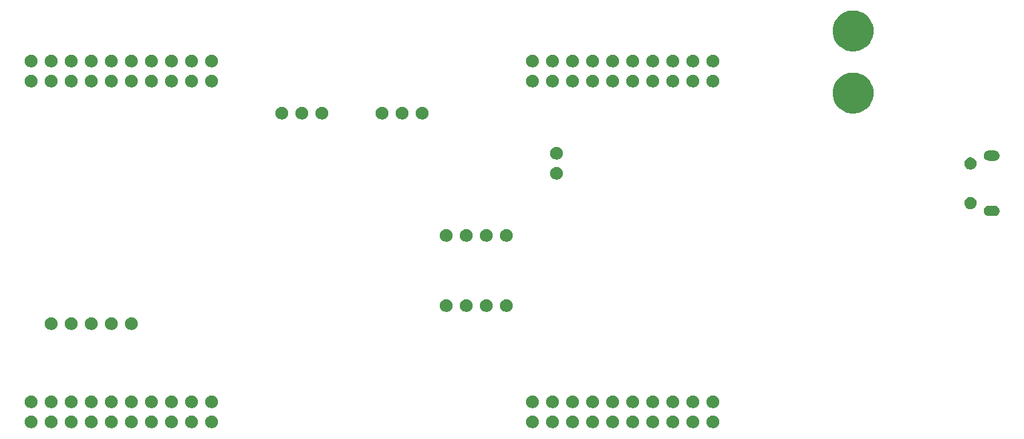
<source format=gbr>
G04 #@! TF.GenerationSoftware,KiCad,Pcbnew,(5.1.4)-1*
G04 #@! TF.CreationDate,2019-11-21T10:54:44-06:00*
G04 #@! TF.ProjectId,SRA_Sensor_Board,5352415f-5365-46e7-936f-725f426f6172,rev?*
G04 #@! TF.SameCoordinates,Original*
G04 #@! TF.FileFunction,Soldermask,Bot*
G04 #@! TF.FilePolarity,Negative*
%FSLAX46Y46*%
G04 Gerber Fmt 4.6, Leading zero omitted, Abs format (unit mm)*
G04 Created by KiCad (PCBNEW (5.1.4)-1) date 2019-11-21 10:54:44*
%MOMM*%
%LPD*%
G04 APERTURE LIST*
%ADD10C,0.100000*%
G04 APERTURE END LIST*
D10*
G36*
X150096560Y-91676166D02*
G01*
X150244153Y-91737301D01*
X150376982Y-91826055D01*
X150489945Y-91939018D01*
X150578699Y-92071847D01*
X150639834Y-92219440D01*
X150671000Y-92376123D01*
X150671000Y-92535877D01*
X150639834Y-92692560D01*
X150578699Y-92840153D01*
X150489945Y-92972982D01*
X150376982Y-93085945D01*
X150244153Y-93174699D01*
X150244152Y-93174700D01*
X150244151Y-93174700D01*
X150096560Y-93235834D01*
X149939878Y-93267000D01*
X149780122Y-93267000D01*
X149623440Y-93235834D01*
X149475849Y-93174700D01*
X149475848Y-93174700D01*
X149475847Y-93174699D01*
X149343018Y-93085945D01*
X149230055Y-92972982D01*
X149141301Y-92840153D01*
X149080166Y-92692560D01*
X149049000Y-92535877D01*
X149049000Y-92376123D01*
X149080166Y-92219440D01*
X149141301Y-92071847D01*
X149230055Y-91939018D01*
X149343018Y-91826055D01*
X149475847Y-91737301D01*
X149623440Y-91676166D01*
X149780122Y-91645000D01*
X149939878Y-91645000D01*
X150096560Y-91676166D01*
X150096560Y-91676166D01*
G37*
G36*
X63736560Y-91676166D02*
G01*
X63884153Y-91737301D01*
X64016982Y-91826055D01*
X64129945Y-91939018D01*
X64218699Y-92071847D01*
X64279834Y-92219440D01*
X64311000Y-92376123D01*
X64311000Y-92535877D01*
X64279834Y-92692560D01*
X64218699Y-92840153D01*
X64129945Y-92972982D01*
X64016982Y-93085945D01*
X63884153Y-93174699D01*
X63884152Y-93174700D01*
X63884151Y-93174700D01*
X63736560Y-93235834D01*
X63579878Y-93267000D01*
X63420122Y-93267000D01*
X63263440Y-93235834D01*
X63115849Y-93174700D01*
X63115848Y-93174700D01*
X63115847Y-93174699D01*
X62983018Y-93085945D01*
X62870055Y-92972982D01*
X62781301Y-92840153D01*
X62720166Y-92692560D01*
X62689000Y-92535877D01*
X62689000Y-92376123D01*
X62720166Y-92219440D01*
X62781301Y-92071847D01*
X62870055Y-91939018D01*
X62983018Y-91826055D01*
X63115847Y-91737301D01*
X63263440Y-91676166D01*
X63420122Y-91645000D01*
X63579878Y-91645000D01*
X63736560Y-91676166D01*
X63736560Y-91676166D01*
G37*
G36*
X127236560Y-91676166D02*
G01*
X127384153Y-91737301D01*
X127516982Y-91826055D01*
X127629945Y-91939018D01*
X127718699Y-92071847D01*
X127779834Y-92219440D01*
X127811000Y-92376123D01*
X127811000Y-92535877D01*
X127779834Y-92692560D01*
X127718699Y-92840153D01*
X127629945Y-92972982D01*
X127516982Y-93085945D01*
X127384153Y-93174699D01*
X127384152Y-93174700D01*
X127384151Y-93174700D01*
X127236560Y-93235834D01*
X127079878Y-93267000D01*
X126920122Y-93267000D01*
X126763440Y-93235834D01*
X126615849Y-93174700D01*
X126615848Y-93174700D01*
X126615847Y-93174699D01*
X126483018Y-93085945D01*
X126370055Y-92972982D01*
X126281301Y-92840153D01*
X126220166Y-92692560D01*
X126189000Y-92535877D01*
X126189000Y-92376123D01*
X126220166Y-92219440D01*
X126281301Y-92071847D01*
X126370055Y-91939018D01*
X126483018Y-91826055D01*
X126615847Y-91737301D01*
X126763440Y-91676166D01*
X126920122Y-91645000D01*
X127079878Y-91645000D01*
X127236560Y-91676166D01*
X127236560Y-91676166D01*
G37*
G36*
X142476560Y-91676166D02*
G01*
X142624153Y-91737301D01*
X142756982Y-91826055D01*
X142869945Y-91939018D01*
X142958699Y-92071847D01*
X143019834Y-92219440D01*
X143051000Y-92376123D01*
X143051000Y-92535877D01*
X143019834Y-92692560D01*
X142958699Y-92840153D01*
X142869945Y-92972982D01*
X142756982Y-93085945D01*
X142624153Y-93174699D01*
X142624152Y-93174700D01*
X142624151Y-93174700D01*
X142476560Y-93235834D01*
X142319878Y-93267000D01*
X142160122Y-93267000D01*
X142003440Y-93235834D01*
X141855849Y-93174700D01*
X141855848Y-93174700D01*
X141855847Y-93174699D01*
X141723018Y-93085945D01*
X141610055Y-92972982D01*
X141521301Y-92840153D01*
X141460166Y-92692560D01*
X141429000Y-92535877D01*
X141429000Y-92376123D01*
X141460166Y-92219440D01*
X141521301Y-92071847D01*
X141610055Y-91939018D01*
X141723018Y-91826055D01*
X141855847Y-91737301D01*
X142003440Y-91676166D01*
X142160122Y-91645000D01*
X142319878Y-91645000D01*
X142476560Y-91676166D01*
X142476560Y-91676166D01*
G37*
G36*
X129776560Y-91676166D02*
G01*
X129924153Y-91737301D01*
X130056982Y-91826055D01*
X130169945Y-91939018D01*
X130258699Y-92071847D01*
X130319834Y-92219440D01*
X130351000Y-92376123D01*
X130351000Y-92535877D01*
X130319834Y-92692560D01*
X130258699Y-92840153D01*
X130169945Y-92972982D01*
X130056982Y-93085945D01*
X129924153Y-93174699D01*
X129924152Y-93174700D01*
X129924151Y-93174700D01*
X129776560Y-93235834D01*
X129619878Y-93267000D01*
X129460122Y-93267000D01*
X129303440Y-93235834D01*
X129155849Y-93174700D01*
X129155848Y-93174700D01*
X129155847Y-93174699D01*
X129023018Y-93085945D01*
X128910055Y-92972982D01*
X128821301Y-92840153D01*
X128760166Y-92692560D01*
X128729000Y-92535877D01*
X128729000Y-92376123D01*
X128760166Y-92219440D01*
X128821301Y-92071847D01*
X128910055Y-91939018D01*
X129023018Y-91826055D01*
X129155847Y-91737301D01*
X129303440Y-91676166D01*
X129460122Y-91645000D01*
X129619878Y-91645000D01*
X129776560Y-91676166D01*
X129776560Y-91676166D01*
G37*
G36*
X132316560Y-91676166D02*
G01*
X132464153Y-91737301D01*
X132596982Y-91826055D01*
X132709945Y-91939018D01*
X132798699Y-92071847D01*
X132859834Y-92219440D01*
X132891000Y-92376123D01*
X132891000Y-92535877D01*
X132859834Y-92692560D01*
X132798699Y-92840153D01*
X132709945Y-92972982D01*
X132596982Y-93085945D01*
X132464153Y-93174699D01*
X132464152Y-93174700D01*
X132464151Y-93174700D01*
X132316560Y-93235834D01*
X132159878Y-93267000D01*
X132000122Y-93267000D01*
X131843440Y-93235834D01*
X131695849Y-93174700D01*
X131695848Y-93174700D01*
X131695847Y-93174699D01*
X131563018Y-93085945D01*
X131450055Y-92972982D01*
X131361301Y-92840153D01*
X131300166Y-92692560D01*
X131269000Y-92535877D01*
X131269000Y-92376123D01*
X131300166Y-92219440D01*
X131361301Y-92071847D01*
X131450055Y-91939018D01*
X131563018Y-91826055D01*
X131695847Y-91737301D01*
X131843440Y-91676166D01*
X132000122Y-91645000D01*
X132159878Y-91645000D01*
X132316560Y-91676166D01*
X132316560Y-91676166D01*
G37*
G36*
X134856560Y-91676166D02*
G01*
X135004153Y-91737301D01*
X135136982Y-91826055D01*
X135249945Y-91939018D01*
X135338699Y-92071847D01*
X135399834Y-92219440D01*
X135431000Y-92376123D01*
X135431000Y-92535877D01*
X135399834Y-92692560D01*
X135338699Y-92840153D01*
X135249945Y-92972982D01*
X135136982Y-93085945D01*
X135004153Y-93174699D01*
X135004152Y-93174700D01*
X135004151Y-93174700D01*
X134856560Y-93235834D01*
X134699878Y-93267000D01*
X134540122Y-93267000D01*
X134383440Y-93235834D01*
X134235849Y-93174700D01*
X134235848Y-93174700D01*
X134235847Y-93174699D01*
X134103018Y-93085945D01*
X133990055Y-92972982D01*
X133901301Y-92840153D01*
X133840166Y-92692560D01*
X133809000Y-92535877D01*
X133809000Y-92376123D01*
X133840166Y-92219440D01*
X133901301Y-92071847D01*
X133990055Y-91939018D01*
X134103018Y-91826055D01*
X134235847Y-91737301D01*
X134383440Y-91676166D01*
X134540122Y-91645000D01*
X134699878Y-91645000D01*
X134856560Y-91676166D01*
X134856560Y-91676166D01*
G37*
G36*
X137396560Y-91676166D02*
G01*
X137544153Y-91737301D01*
X137676982Y-91826055D01*
X137789945Y-91939018D01*
X137878699Y-92071847D01*
X137939834Y-92219440D01*
X137971000Y-92376123D01*
X137971000Y-92535877D01*
X137939834Y-92692560D01*
X137878699Y-92840153D01*
X137789945Y-92972982D01*
X137676982Y-93085945D01*
X137544153Y-93174699D01*
X137544152Y-93174700D01*
X137544151Y-93174700D01*
X137396560Y-93235834D01*
X137239878Y-93267000D01*
X137080122Y-93267000D01*
X136923440Y-93235834D01*
X136775849Y-93174700D01*
X136775848Y-93174700D01*
X136775847Y-93174699D01*
X136643018Y-93085945D01*
X136530055Y-92972982D01*
X136441301Y-92840153D01*
X136380166Y-92692560D01*
X136349000Y-92535877D01*
X136349000Y-92376123D01*
X136380166Y-92219440D01*
X136441301Y-92071847D01*
X136530055Y-91939018D01*
X136643018Y-91826055D01*
X136775847Y-91737301D01*
X136923440Y-91676166D01*
X137080122Y-91645000D01*
X137239878Y-91645000D01*
X137396560Y-91676166D01*
X137396560Y-91676166D01*
G37*
G36*
X139936560Y-91676166D02*
G01*
X140084153Y-91737301D01*
X140216982Y-91826055D01*
X140329945Y-91939018D01*
X140418699Y-92071847D01*
X140479834Y-92219440D01*
X140511000Y-92376123D01*
X140511000Y-92535877D01*
X140479834Y-92692560D01*
X140418699Y-92840153D01*
X140329945Y-92972982D01*
X140216982Y-93085945D01*
X140084153Y-93174699D01*
X140084152Y-93174700D01*
X140084151Y-93174700D01*
X139936560Y-93235834D01*
X139779878Y-93267000D01*
X139620122Y-93267000D01*
X139463440Y-93235834D01*
X139315849Y-93174700D01*
X139315848Y-93174700D01*
X139315847Y-93174699D01*
X139183018Y-93085945D01*
X139070055Y-92972982D01*
X138981301Y-92840153D01*
X138920166Y-92692560D01*
X138889000Y-92535877D01*
X138889000Y-92376123D01*
X138920166Y-92219440D01*
X138981301Y-92071847D01*
X139070055Y-91939018D01*
X139183018Y-91826055D01*
X139315847Y-91737301D01*
X139463440Y-91676166D01*
X139620122Y-91645000D01*
X139779878Y-91645000D01*
X139936560Y-91676166D01*
X139936560Y-91676166D01*
G37*
G36*
X145016560Y-91676166D02*
G01*
X145164153Y-91737301D01*
X145296982Y-91826055D01*
X145409945Y-91939018D01*
X145498699Y-92071847D01*
X145559834Y-92219440D01*
X145591000Y-92376123D01*
X145591000Y-92535877D01*
X145559834Y-92692560D01*
X145498699Y-92840153D01*
X145409945Y-92972982D01*
X145296982Y-93085945D01*
X145164153Y-93174699D01*
X145164152Y-93174700D01*
X145164151Y-93174700D01*
X145016560Y-93235834D01*
X144859878Y-93267000D01*
X144700122Y-93267000D01*
X144543440Y-93235834D01*
X144395849Y-93174700D01*
X144395848Y-93174700D01*
X144395847Y-93174699D01*
X144263018Y-93085945D01*
X144150055Y-92972982D01*
X144061301Y-92840153D01*
X144000166Y-92692560D01*
X143969000Y-92535877D01*
X143969000Y-92376123D01*
X144000166Y-92219440D01*
X144061301Y-92071847D01*
X144150055Y-91939018D01*
X144263018Y-91826055D01*
X144395847Y-91737301D01*
X144543440Y-91676166D01*
X144700122Y-91645000D01*
X144859878Y-91645000D01*
X145016560Y-91676166D01*
X145016560Y-91676166D01*
G37*
G36*
X147556560Y-91676166D02*
G01*
X147704153Y-91737301D01*
X147836982Y-91826055D01*
X147949945Y-91939018D01*
X148038699Y-92071847D01*
X148099834Y-92219440D01*
X148131000Y-92376123D01*
X148131000Y-92535877D01*
X148099834Y-92692560D01*
X148038699Y-92840153D01*
X147949945Y-92972982D01*
X147836982Y-93085945D01*
X147704153Y-93174699D01*
X147704152Y-93174700D01*
X147704151Y-93174700D01*
X147556560Y-93235834D01*
X147399878Y-93267000D01*
X147240122Y-93267000D01*
X147083440Y-93235834D01*
X146935849Y-93174700D01*
X146935848Y-93174700D01*
X146935847Y-93174699D01*
X146803018Y-93085945D01*
X146690055Y-92972982D01*
X146601301Y-92840153D01*
X146540166Y-92692560D01*
X146509000Y-92535877D01*
X146509000Y-92376123D01*
X146540166Y-92219440D01*
X146601301Y-92071847D01*
X146690055Y-91939018D01*
X146803018Y-91826055D01*
X146935847Y-91737301D01*
X147083440Y-91676166D01*
X147240122Y-91645000D01*
X147399878Y-91645000D01*
X147556560Y-91676166D01*
X147556560Y-91676166D01*
G37*
G36*
X68816560Y-91676166D02*
G01*
X68964153Y-91737301D01*
X69096982Y-91826055D01*
X69209945Y-91939018D01*
X69298699Y-92071847D01*
X69359834Y-92219440D01*
X69391000Y-92376123D01*
X69391000Y-92535877D01*
X69359834Y-92692560D01*
X69298699Y-92840153D01*
X69209945Y-92972982D01*
X69096982Y-93085945D01*
X68964153Y-93174699D01*
X68964152Y-93174700D01*
X68964151Y-93174700D01*
X68816560Y-93235834D01*
X68659878Y-93267000D01*
X68500122Y-93267000D01*
X68343440Y-93235834D01*
X68195849Y-93174700D01*
X68195848Y-93174700D01*
X68195847Y-93174699D01*
X68063018Y-93085945D01*
X67950055Y-92972982D01*
X67861301Y-92840153D01*
X67800166Y-92692560D01*
X67769000Y-92535877D01*
X67769000Y-92376123D01*
X67800166Y-92219440D01*
X67861301Y-92071847D01*
X67950055Y-91939018D01*
X68063018Y-91826055D01*
X68195847Y-91737301D01*
X68343440Y-91676166D01*
X68500122Y-91645000D01*
X68659878Y-91645000D01*
X68816560Y-91676166D01*
X68816560Y-91676166D01*
G37*
G36*
X71356560Y-91676166D02*
G01*
X71504153Y-91737301D01*
X71636982Y-91826055D01*
X71749945Y-91939018D01*
X71838699Y-92071847D01*
X71899834Y-92219440D01*
X71931000Y-92376123D01*
X71931000Y-92535877D01*
X71899834Y-92692560D01*
X71838699Y-92840153D01*
X71749945Y-92972982D01*
X71636982Y-93085945D01*
X71504153Y-93174699D01*
X71504152Y-93174700D01*
X71504151Y-93174700D01*
X71356560Y-93235834D01*
X71199878Y-93267000D01*
X71040122Y-93267000D01*
X70883440Y-93235834D01*
X70735849Y-93174700D01*
X70735848Y-93174700D01*
X70735847Y-93174699D01*
X70603018Y-93085945D01*
X70490055Y-92972982D01*
X70401301Y-92840153D01*
X70340166Y-92692560D01*
X70309000Y-92535877D01*
X70309000Y-92376123D01*
X70340166Y-92219440D01*
X70401301Y-92071847D01*
X70490055Y-91939018D01*
X70603018Y-91826055D01*
X70735847Y-91737301D01*
X70883440Y-91676166D01*
X71040122Y-91645000D01*
X71199878Y-91645000D01*
X71356560Y-91676166D01*
X71356560Y-91676166D01*
G37*
G36*
X73896560Y-91676166D02*
G01*
X74044153Y-91737301D01*
X74176982Y-91826055D01*
X74289945Y-91939018D01*
X74378699Y-92071847D01*
X74439834Y-92219440D01*
X74471000Y-92376123D01*
X74471000Y-92535877D01*
X74439834Y-92692560D01*
X74378699Y-92840153D01*
X74289945Y-92972982D01*
X74176982Y-93085945D01*
X74044153Y-93174699D01*
X74044152Y-93174700D01*
X74044151Y-93174700D01*
X73896560Y-93235834D01*
X73739878Y-93267000D01*
X73580122Y-93267000D01*
X73423440Y-93235834D01*
X73275849Y-93174700D01*
X73275848Y-93174700D01*
X73275847Y-93174699D01*
X73143018Y-93085945D01*
X73030055Y-92972982D01*
X72941301Y-92840153D01*
X72880166Y-92692560D01*
X72849000Y-92535877D01*
X72849000Y-92376123D01*
X72880166Y-92219440D01*
X72941301Y-92071847D01*
X73030055Y-91939018D01*
X73143018Y-91826055D01*
X73275847Y-91737301D01*
X73423440Y-91676166D01*
X73580122Y-91645000D01*
X73739878Y-91645000D01*
X73896560Y-91676166D01*
X73896560Y-91676166D01*
G37*
G36*
X76436560Y-91676166D02*
G01*
X76584153Y-91737301D01*
X76716982Y-91826055D01*
X76829945Y-91939018D01*
X76918699Y-92071847D01*
X76979834Y-92219440D01*
X77011000Y-92376123D01*
X77011000Y-92535877D01*
X76979834Y-92692560D01*
X76918699Y-92840153D01*
X76829945Y-92972982D01*
X76716982Y-93085945D01*
X76584153Y-93174699D01*
X76584152Y-93174700D01*
X76584151Y-93174700D01*
X76436560Y-93235834D01*
X76279878Y-93267000D01*
X76120122Y-93267000D01*
X75963440Y-93235834D01*
X75815849Y-93174700D01*
X75815848Y-93174700D01*
X75815847Y-93174699D01*
X75683018Y-93085945D01*
X75570055Y-92972982D01*
X75481301Y-92840153D01*
X75420166Y-92692560D01*
X75389000Y-92535877D01*
X75389000Y-92376123D01*
X75420166Y-92219440D01*
X75481301Y-92071847D01*
X75570055Y-91939018D01*
X75683018Y-91826055D01*
X75815847Y-91737301D01*
X75963440Y-91676166D01*
X76120122Y-91645000D01*
X76279878Y-91645000D01*
X76436560Y-91676166D01*
X76436560Y-91676166D01*
G37*
G36*
X78976560Y-91676166D02*
G01*
X79124153Y-91737301D01*
X79256982Y-91826055D01*
X79369945Y-91939018D01*
X79458699Y-92071847D01*
X79519834Y-92219440D01*
X79551000Y-92376123D01*
X79551000Y-92535877D01*
X79519834Y-92692560D01*
X79458699Y-92840153D01*
X79369945Y-92972982D01*
X79256982Y-93085945D01*
X79124153Y-93174699D01*
X79124152Y-93174700D01*
X79124151Y-93174700D01*
X78976560Y-93235834D01*
X78819878Y-93267000D01*
X78660122Y-93267000D01*
X78503440Y-93235834D01*
X78355849Y-93174700D01*
X78355848Y-93174700D01*
X78355847Y-93174699D01*
X78223018Y-93085945D01*
X78110055Y-92972982D01*
X78021301Y-92840153D01*
X77960166Y-92692560D01*
X77929000Y-92535877D01*
X77929000Y-92376123D01*
X77960166Y-92219440D01*
X78021301Y-92071847D01*
X78110055Y-91939018D01*
X78223018Y-91826055D01*
X78355847Y-91737301D01*
X78503440Y-91676166D01*
X78660122Y-91645000D01*
X78819878Y-91645000D01*
X78976560Y-91676166D01*
X78976560Y-91676166D01*
G37*
G36*
X81516560Y-91676166D02*
G01*
X81664153Y-91737301D01*
X81796982Y-91826055D01*
X81909945Y-91939018D01*
X81998699Y-92071847D01*
X82059834Y-92219440D01*
X82091000Y-92376123D01*
X82091000Y-92535877D01*
X82059834Y-92692560D01*
X81998699Y-92840153D01*
X81909945Y-92972982D01*
X81796982Y-93085945D01*
X81664153Y-93174699D01*
X81664152Y-93174700D01*
X81664151Y-93174700D01*
X81516560Y-93235834D01*
X81359878Y-93267000D01*
X81200122Y-93267000D01*
X81043440Y-93235834D01*
X80895849Y-93174700D01*
X80895848Y-93174700D01*
X80895847Y-93174699D01*
X80763018Y-93085945D01*
X80650055Y-92972982D01*
X80561301Y-92840153D01*
X80500166Y-92692560D01*
X80469000Y-92535877D01*
X80469000Y-92376123D01*
X80500166Y-92219440D01*
X80561301Y-92071847D01*
X80650055Y-91939018D01*
X80763018Y-91826055D01*
X80895847Y-91737301D01*
X81043440Y-91676166D01*
X81200122Y-91645000D01*
X81359878Y-91645000D01*
X81516560Y-91676166D01*
X81516560Y-91676166D01*
G37*
G36*
X84056560Y-91676166D02*
G01*
X84204153Y-91737301D01*
X84336982Y-91826055D01*
X84449945Y-91939018D01*
X84538699Y-92071847D01*
X84599834Y-92219440D01*
X84631000Y-92376123D01*
X84631000Y-92535877D01*
X84599834Y-92692560D01*
X84538699Y-92840153D01*
X84449945Y-92972982D01*
X84336982Y-93085945D01*
X84204153Y-93174699D01*
X84204152Y-93174700D01*
X84204151Y-93174700D01*
X84056560Y-93235834D01*
X83899878Y-93267000D01*
X83740122Y-93267000D01*
X83583440Y-93235834D01*
X83435849Y-93174700D01*
X83435848Y-93174700D01*
X83435847Y-93174699D01*
X83303018Y-93085945D01*
X83190055Y-92972982D01*
X83101301Y-92840153D01*
X83040166Y-92692560D01*
X83009000Y-92535877D01*
X83009000Y-92376123D01*
X83040166Y-92219440D01*
X83101301Y-92071847D01*
X83190055Y-91939018D01*
X83303018Y-91826055D01*
X83435847Y-91737301D01*
X83583440Y-91676166D01*
X83740122Y-91645000D01*
X83899878Y-91645000D01*
X84056560Y-91676166D01*
X84056560Y-91676166D01*
G37*
G36*
X86596560Y-91676166D02*
G01*
X86744153Y-91737301D01*
X86876982Y-91826055D01*
X86989945Y-91939018D01*
X87078699Y-92071847D01*
X87139834Y-92219440D01*
X87171000Y-92376123D01*
X87171000Y-92535877D01*
X87139834Y-92692560D01*
X87078699Y-92840153D01*
X86989945Y-92972982D01*
X86876982Y-93085945D01*
X86744153Y-93174699D01*
X86744152Y-93174700D01*
X86744151Y-93174700D01*
X86596560Y-93235834D01*
X86439878Y-93267000D01*
X86280122Y-93267000D01*
X86123440Y-93235834D01*
X85975849Y-93174700D01*
X85975848Y-93174700D01*
X85975847Y-93174699D01*
X85843018Y-93085945D01*
X85730055Y-92972982D01*
X85641301Y-92840153D01*
X85580166Y-92692560D01*
X85549000Y-92535877D01*
X85549000Y-92376123D01*
X85580166Y-92219440D01*
X85641301Y-92071847D01*
X85730055Y-91939018D01*
X85843018Y-91826055D01*
X85975847Y-91737301D01*
X86123440Y-91676166D01*
X86280122Y-91645000D01*
X86439878Y-91645000D01*
X86596560Y-91676166D01*
X86596560Y-91676166D01*
G37*
G36*
X66276560Y-91676166D02*
G01*
X66424153Y-91737301D01*
X66556982Y-91826055D01*
X66669945Y-91939018D01*
X66758699Y-92071847D01*
X66819834Y-92219440D01*
X66851000Y-92376123D01*
X66851000Y-92535877D01*
X66819834Y-92692560D01*
X66758699Y-92840153D01*
X66669945Y-92972982D01*
X66556982Y-93085945D01*
X66424153Y-93174699D01*
X66424152Y-93174700D01*
X66424151Y-93174700D01*
X66276560Y-93235834D01*
X66119878Y-93267000D01*
X65960122Y-93267000D01*
X65803440Y-93235834D01*
X65655849Y-93174700D01*
X65655848Y-93174700D01*
X65655847Y-93174699D01*
X65523018Y-93085945D01*
X65410055Y-92972982D01*
X65321301Y-92840153D01*
X65260166Y-92692560D01*
X65229000Y-92535877D01*
X65229000Y-92376123D01*
X65260166Y-92219440D01*
X65321301Y-92071847D01*
X65410055Y-91939018D01*
X65523018Y-91826055D01*
X65655847Y-91737301D01*
X65803440Y-91676166D01*
X65960122Y-91645000D01*
X66119878Y-91645000D01*
X66276560Y-91676166D01*
X66276560Y-91676166D01*
G37*
G36*
X78976560Y-89136166D02*
G01*
X79124153Y-89197301D01*
X79256982Y-89286055D01*
X79369945Y-89399018D01*
X79458699Y-89531847D01*
X79519834Y-89679440D01*
X79551000Y-89836123D01*
X79551000Y-89995877D01*
X79519834Y-90152560D01*
X79458699Y-90300153D01*
X79369945Y-90432982D01*
X79256982Y-90545945D01*
X79124153Y-90634699D01*
X79124152Y-90634700D01*
X79124151Y-90634700D01*
X78976560Y-90695834D01*
X78819878Y-90727000D01*
X78660122Y-90727000D01*
X78503440Y-90695834D01*
X78355849Y-90634700D01*
X78355848Y-90634700D01*
X78355847Y-90634699D01*
X78223018Y-90545945D01*
X78110055Y-90432982D01*
X78021301Y-90300153D01*
X77960166Y-90152560D01*
X77929000Y-89995877D01*
X77929000Y-89836123D01*
X77960166Y-89679440D01*
X78021301Y-89531847D01*
X78110055Y-89399018D01*
X78223018Y-89286055D01*
X78355847Y-89197301D01*
X78503440Y-89136166D01*
X78660122Y-89105000D01*
X78819878Y-89105000D01*
X78976560Y-89136166D01*
X78976560Y-89136166D01*
G37*
G36*
X73896560Y-89136166D02*
G01*
X74044153Y-89197301D01*
X74176982Y-89286055D01*
X74289945Y-89399018D01*
X74378699Y-89531847D01*
X74439834Y-89679440D01*
X74471000Y-89836123D01*
X74471000Y-89995877D01*
X74439834Y-90152560D01*
X74378699Y-90300153D01*
X74289945Y-90432982D01*
X74176982Y-90545945D01*
X74044153Y-90634699D01*
X74044152Y-90634700D01*
X74044151Y-90634700D01*
X73896560Y-90695834D01*
X73739878Y-90727000D01*
X73580122Y-90727000D01*
X73423440Y-90695834D01*
X73275849Y-90634700D01*
X73275848Y-90634700D01*
X73275847Y-90634699D01*
X73143018Y-90545945D01*
X73030055Y-90432982D01*
X72941301Y-90300153D01*
X72880166Y-90152560D01*
X72849000Y-89995877D01*
X72849000Y-89836123D01*
X72880166Y-89679440D01*
X72941301Y-89531847D01*
X73030055Y-89399018D01*
X73143018Y-89286055D01*
X73275847Y-89197301D01*
X73423440Y-89136166D01*
X73580122Y-89105000D01*
X73739878Y-89105000D01*
X73896560Y-89136166D01*
X73896560Y-89136166D01*
G37*
G36*
X76436560Y-89136166D02*
G01*
X76584153Y-89197301D01*
X76716982Y-89286055D01*
X76829945Y-89399018D01*
X76918699Y-89531847D01*
X76979834Y-89679440D01*
X77011000Y-89836123D01*
X77011000Y-89995877D01*
X76979834Y-90152560D01*
X76918699Y-90300153D01*
X76829945Y-90432982D01*
X76716982Y-90545945D01*
X76584153Y-90634699D01*
X76584152Y-90634700D01*
X76584151Y-90634700D01*
X76436560Y-90695834D01*
X76279878Y-90727000D01*
X76120122Y-90727000D01*
X75963440Y-90695834D01*
X75815849Y-90634700D01*
X75815848Y-90634700D01*
X75815847Y-90634699D01*
X75683018Y-90545945D01*
X75570055Y-90432982D01*
X75481301Y-90300153D01*
X75420166Y-90152560D01*
X75389000Y-89995877D01*
X75389000Y-89836123D01*
X75420166Y-89679440D01*
X75481301Y-89531847D01*
X75570055Y-89399018D01*
X75683018Y-89286055D01*
X75815847Y-89197301D01*
X75963440Y-89136166D01*
X76120122Y-89105000D01*
X76279878Y-89105000D01*
X76436560Y-89136166D01*
X76436560Y-89136166D01*
G37*
G36*
X71356560Y-89136166D02*
G01*
X71504153Y-89197301D01*
X71636982Y-89286055D01*
X71749945Y-89399018D01*
X71838699Y-89531847D01*
X71899834Y-89679440D01*
X71931000Y-89836123D01*
X71931000Y-89995877D01*
X71899834Y-90152560D01*
X71838699Y-90300153D01*
X71749945Y-90432982D01*
X71636982Y-90545945D01*
X71504153Y-90634699D01*
X71504152Y-90634700D01*
X71504151Y-90634700D01*
X71356560Y-90695834D01*
X71199878Y-90727000D01*
X71040122Y-90727000D01*
X70883440Y-90695834D01*
X70735849Y-90634700D01*
X70735848Y-90634700D01*
X70735847Y-90634699D01*
X70603018Y-90545945D01*
X70490055Y-90432982D01*
X70401301Y-90300153D01*
X70340166Y-90152560D01*
X70309000Y-89995877D01*
X70309000Y-89836123D01*
X70340166Y-89679440D01*
X70401301Y-89531847D01*
X70490055Y-89399018D01*
X70603018Y-89286055D01*
X70735847Y-89197301D01*
X70883440Y-89136166D01*
X71040122Y-89105000D01*
X71199878Y-89105000D01*
X71356560Y-89136166D01*
X71356560Y-89136166D01*
G37*
G36*
X68816560Y-89136166D02*
G01*
X68964153Y-89197301D01*
X69096982Y-89286055D01*
X69209945Y-89399018D01*
X69298699Y-89531847D01*
X69359834Y-89679440D01*
X69391000Y-89836123D01*
X69391000Y-89995877D01*
X69359834Y-90152560D01*
X69298699Y-90300153D01*
X69209945Y-90432982D01*
X69096982Y-90545945D01*
X68964153Y-90634699D01*
X68964152Y-90634700D01*
X68964151Y-90634700D01*
X68816560Y-90695834D01*
X68659878Y-90727000D01*
X68500122Y-90727000D01*
X68343440Y-90695834D01*
X68195849Y-90634700D01*
X68195848Y-90634700D01*
X68195847Y-90634699D01*
X68063018Y-90545945D01*
X67950055Y-90432982D01*
X67861301Y-90300153D01*
X67800166Y-90152560D01*
X67769000Y-89995877D01*
X67769000Y-89836123D01*
X67800166Y-89679440D01*
X67861301Y-89531847D01*
X67950055Y-89399018D01*
X68063018Y-89286055D01*
X68195847Y-89197301D01*
X68343440Y-89136166D01*
X68500122Y-89105000D01*
X68659878Y-89105000D01*
X68816560Y-89136166D01*
X68816560Y-89136166D01*
G37*
G36*
X66276560Y-89136166D02*
G01*
X66424153Y-89197301D01*
X66556982Y-89286055D01*
X66669945Y-89399018D01*
X66758699Y-89531847D01*
X66819834Y-89679440D01*
X66851000Y-89836123D01*
X66851000Y-89995877D01*
X66819834Y-90152560D01*
X66758699Y-90300153D01*
X66669945Y-90432982D01*
X66556982Y-90545945D01*
X66424153Y-90634699D01*
X66424152Y-90634700D01*
X66424151Y-90634700D01*
X66276560Y-90695834D01*
X66119878Y-90727000D01*
X65960122Y-90727000D01*
X65803440Y-90695834D01*
X65655849Y-90634700D01*
X65655848Y-90634700D01*
X65655847Y-90634699D01*
X65523018Y-90545945D01*
X65410055Y-90432982D01*
X65321301Y-90300153D01*
X65260166Y-90152560D01*
X65229000Y-89995877D01*
X65229000Y-89836123D01*
X65260166Y-89679440D01*
X65321301Y-89531847D01*
X65410055Y-89399018D01*
X65523018Y-89286055D01*
X65655847Y-89197301D01*
X65803440Y-89136166D01*
X65960122Y-89105000D01*
X66119878Y-89105000D01*
X66276560Y-89136166D01*
X66276560Y-89136166D01*
G37*
G36*
X63736560Y-89136166D02*
G01*
X63884153Y-89197301D01*
X64016982Y-89286055D01*
X64129945Y-89399018D01*
X64218699Y-89531847D01*
X64279834Y-89679440D01*
X64311000Y-89836123D01*
X64311000Y-89995877D01*
X64279834Y-90152560D01*
X64218699Y-90300153D01*
X64129945Y-90432982D01*
X64016982Y-90545945D01*
X63884153Y-90634699D01*
X63884152Y-90634700D01*
X63884151Y-90634700D01*
X63736560Y-90695834D01*
X63579878Y-90727000D01*
X63420122Y-90727000D01*
X63263440Y-90695834D01*
X63115849Y-90634700D01*
X63115848Y-90634700D01*
X63115847Y-90634699D01*
X62983018Y-90545945D01*
X62870055Y-90432982D01*
X62781301Y-90300153D01*
X62720166Y-90152560D01*
X62689000Y-89995877D01*
X62689000Y-89836123D01*
X62720166Y-89679440D01*
X62781301Y-89531847D01*
X62870055Y-89399018D01*
X62983018Y-89286055D01*
X63115847Y-89197301D01*
X63263440Y-89136166D01*
X63420122Y-89105000D01*
X63579878Y-89105000D01*
X63736560Y-89136166D01*
X63736560Y-89136166D01*
G37*
G36*
X134856560Y-89136166D02*
G01*
X135004153Y-89197301D01*
X135136982Y-89286055D01*
X135249945Y-89399018D01*
X135338699Y-89531847D01*
X135399834Y-89679440D01*
X135431000Y-89836123D01*
X135431000Y-89995877D01*
X135399834Y-90152560D01*
X135338699Y-90300153D01*
X135249945Y-90432982D01*
X135136982Y-90545945D01*
X135004153Y-90634699D01*
X135004152Y-90634700D01*
X135004151Y-90634700D01*
X134856560Y-90695834D01*
X134699878Y-90727000D01*
X134540122Y-90727000D01*
X134383440Y-90695834D01*
X134235849Y-90634700D01*
X134235848Y-90634700D01*
X134235847Y-90634699D01*
X134103018Y-90545945D01*
X133990055Y-90432982D01*
X133901301Y-90300153D01*
X133840166Y-90152560D01*
X133809000Y-89995877D01*
X133809000Y-89836123D01*
X133840166Y-89679440D01*
X133901301Y-89531847D01*
X133990055Y-89399018D01*
X134103018Y-89286055D01*
X134235847Y-89197301D01*
X134383440Y-89136166D01*
X134540122Y-89105000D01*
X134699878Y-89105000D01*
X134856560Y-89136166D01*
X134856560Y-89136166D01*
G37*
G36*
X145016560Y-89136166D02*
G01*
X145164153Y-89197301D01*
X145296982Y-89286055D01*
X145409945Y-89399018D01*
X145498699Y-89531847D01*
X145559834Y-89679440D01*
X145591000Y-89836123D01*
X145591000Y-89995877D01*
X145559834Y-90152560D01*
X145498699Y-90300153D01*
X145409945Y-90432982D01*
X145296982Y-90545945D01*
X145164153Y-90634699D01*
X145164152Y-90634700D01*
X145164151Y-90634700D01*
X145016560Y-90695834D01*
X144859878Y-90727000D01*
X144700122Y-90727000D01*
X144543440Y-90695834D01*
X144395849Y-90634700D01*
X144395848Y-90634700D01*
X144395847Y-90634699D01*
X144263018Y-90545945D01*
X144150055Y-90432982D01*
X144061301Y-90300153D01*
X144000166Y-90152560D01*
X143969000Y-89995877D01*
X143969000Y-89836123D01*
X144000166Y-89679440D01*
X144061301Y-89531847D01*
X144150055Y-89399018D01*
X144263018Y-89286055D01*
X144395847Y-89197301D01*
X144543440Y-89136166D01*
X144700122Y-89105000D01*
X144859878Y-89105000D01*
X145016560Y-89136166D01*
X145016560Y-89136166D01*
G37*
G36*
X150096560Y-89136166D02*
G01*
X150244153Y-89197301D01*
X150376982Y-89286055D01*
X150489945Y-89399018D01*
X150578699Y-89531847D01*
X150639834Y-89679440D01*
X150671000Y-89836123D01*
X150671000Y-89995877D01*
X150639834Y-90152560D01*
X150578699Y-90300153D01*
X150489945Y-90432982D01*
X150376982Y-90545945D01*
X150244153Y-90634699D01*
X150244152Y-90634700D01*
X150244151Y-90634700D01*
X150096560Y-90695834D01*
X149939878Y-90727000D01*
X149780122Y-90727000D01*
X149623440Y-90695834D01*
X149475849Y-90634700D01*
X149475848Y-90634700D01*
X149475847Y-90634699D01*
X149343018Y-90545945D01*
X149230055Y-90432982D01*
X149141301Y-90300153D01*
X149080166Y-90152560D01*
X149049000Y-89995877D01*
X149049000Y-89836123D01*
X149080166Y-89679440D01*
X149141301Y-89531847D01*
X149230055Y-89399018D01*
X149343018Y-89286055D01*
X149475847Y-89197301D01*
X149623440Y-89136166D01*
X149780122Y-89105000D01*
X149939878Y-89105000D01*
X150096560Y-89136166D01*
X150096560Y-89136166D01*
G37*
G36*
X84056560Y-89136166D02*
G01*
X84204153Y-89197301D01*
X84336982Y-89286055D01*
X84449945Y-89399018D01*
X84538699Y-89531847D01*
X84599834Y-89679440D01*
X84631000Y-89836123D01*
X84631000Y-89995877D01*
X84599834Y-90152560D01*
X84538699Y-90300153D01*
X84449945Y-90432982D01*
X84336982Y-90545945D01*
X84204153Y-90634699D01*
X84204152Y-90634700D01*
X84204151Y-90634700D01*
X84056560Y-90695834D01*
X83899878Y-90727000D01*
X83740122Y-90727000D01*
X83583440Y-90695834D01*
X83435849Y-90634700D01*
X83435848Y-90634700D01*
X83435847Y-90634699D01*
X83303018Y-90545945D01*
X83190055Y-90432982D01*
X83101301Y-90300153D01*
X83040166Y-90152560D01*
X83009000Y-89995877D01*
X83009000Y-89836123D01*
X83040166Y-89679440D01*
X83101301Y-89531847D01*
X83190055Y-89399018D01*
X83303018Y-89286055D01*
X83435847Y-89197301D01*
X83583440Y-89136166D01*
X83740122Y-89105000D01*
X83899878Y-89105000D01*
X84056560Y-89136166D01*
X84056560Y-89136166D01*
G37*
G36*
X86596560Y-89136166D02*
G01*
X86744153Y-89197301D01*
X86876982Y-89286055D01*
X86989945Y-89399018D01*
X87078699Y-89531847D01*
X87139834Y-89679440D01*
X87171000Y-89836123D01*
X87171000Y-89995877D01*
X87139834Y-90152560D01*
X87078699Y-90300153D01*
X86989945Y-90432982D01*
X86876982Y-90545945D01*
X86744153Y-90634699D01*
X86744152Y-90634700D01*
X86744151Y-90634700D01*
X86596560Y-90695834D01*
X86439878Y-90727000D01*
X86280122Y-90727000D01*
X86123440Y-90695834D01*
X85975849Y-90634700D01*
X85975848Y-90634700D01*
X85975847Y-90634699D01*
X85843018Y-90545945D01*
X85730055Y-90432982D01*
X85641301Y-90300153D01*
X85580166Y-90152560D01*
X85549000Y-89995877D01*
X85549000Y-89836123D01*
X85580166Y-89679440D01*
X85641301Y-89531847D01*
X85730055Y-89399018D01*
X85843018Y-89286055D01*
X85975847Y-89197301D01*
X86123440Y-89136166D01*
X86280122Y-89105000D01*
X86439878Y-89105000D01*
X86596560Y-89136166D01*
X86596560Y-89136166D01*
G37*
G36*
X132316560Y-89136166D02*
G01*
X132464153Y-89197301D01*
X132596982Y-89286055D01*
X132709945Y-89399018D01*
X132798699Y-89531847D01*
X132859834Y-89679440D01*
X132891000Y-89836123D01*
X132891000Y-89995877D01*
X132859834Y-90152560D01*
X132798699Y-90300153D01*
X132709945Y-90432982D01*
X132596982Y-90545945D01*
X132464153Y-90634699D01*
X132464152Y-90634700D01*
X132464151Y-90634700D01*
X132316560Y-90695834D01*
X132159878Y-90727000D01*
X132000122Y-90727000D01*
X131843440Y-90695834D01*
X131695849Y-90634700D01*
X131695848Y-90634700D01*
X131695847Y-90634699D01*
X131563018Y-90545945D01*
X131450055Y-90432982D01*
X131361301Y-90300153D01*
X131300166Y-90152560D01*
X131269000Y-89995877D01*
X131269000Y-89836123D01*
X131300166Y-89679440D01*
X131361301Y-89531847D01*
X131450055Y-89399018D01*
X131563018Y-89286055D01*
X131695847Y-89197301D01*
X131843440Y-89136166D01*
X132000122Y-89105000D01*
X132159878Y-89105000D01*
X132316560Y-89136166D01*
X132316560Y-89136166D01*
G37*
G36*
X129776560Y-89136166D02*
G01*
X129924153Y-89197301D01*
X130056982Y-89286055D01*
X130169945Y-89399018D01*
X130258699Y-89531847D01*
X130319834Y-89679440D01*
X130351000Y-89836123D01*
X130351000Y-89995877D01*
X130319834Y-90152560D01*
X130258699Y-90300153D01*
X130169945Y-90432982D01*
X130056982Y-90545945D01*
X129924153Y-90634699D01*
X129924152Y-90634700D01*
X129924151Y-90634700D01*
X129776560Y-90695834D01*
X129619878Y-90727000D01*
X129460122Y-90727000D01*
X129303440Y-90695834D01*
X129155849Y-90634700D01*
X129155848Y-90634700D01*
X129155847Y-90634699D01*
X129023018Y-90545945D01*
X128910055Y-90432982D01*
X128821301Y-90300153D01*
X128760166Y-90152560D01*
X128729000Y-89995877D01*
X128729000Y-89836123D01*
X128760166Y-89679440D01*
X128821301Y-89531847D01*
X128910055Y-89399018D01*
X129023018Y-89286055D01*
X129155847Y-89197301D01*
X129303440Y-89136166D01*
X129460122Y-89105000D01*
X129619878Y-89105000D01*
X129776560Y-89136166D01*
X129776560Y-89136166D01*
G37*
G36*
X127236560Y-89136166D02*
G01*
X127384153Y-89197301D01*
X127516982Y-89286055D01*
X127629945Y-89399018D01*
X127718699Y-89531847D01*
X127779834Y-89679440D01*
X127811000Y-89836123D01*
X127811000Y-89995877D01*
X127779834Y-90152560D01*
X127718699Y-90300153D01*
X127629945Y-90432982D01*
X127516982Y-90545945D01*
X127384153Y-90634699D01*
X127384152Y-90634700D01*
X127384151Y-90634700D01*
X127236560Y-90695834D01*
X127079878Y-90727000D01*
X126920122Y-90727000D01*
X126763440Y-90695834D01*
X126615849Y-90634700D01*
X126615848Y-90634700D01*
X126615847Y-90634699D01*
X126483018Y-90545945D01*
X126370055Y-90432982D01*
X126281301Y-90300153D01*
X126220166Y-90152560D01*
X126189000Y-89995877D01*
X126189000Y-89836123D01*
X126220166Y-89679440D01*
X126281301Y-89531847D01*
X126370055Y-89399018D01*
X126483018Y-89286055D01*
X126615847Y-89197301D01*
X126763440Y-89136166D01*
X126920122Y-89105000D01*
X127079878Y-89105000D01*
X127236560Y-89136166D01*
X127236560Y-89136166D01*
G37*
G36*
X139936560Y-89136166D02*
G01*
X140084153Y-89197301D01*
X140216982Y-89286055D01*
X140329945Y-89399018D01*
X140418699Y-89531847D01*
X140479834Y-89679440D01*
X140511000Y-89836123D01*
X140511000Y-89995877D01*
X140479834Y-90152560D01*
X140418699Y-90300153D01*
X140329945Y-90432982D01*
X140216982Y-90545945D01*
X140084153Y-90634699D01*
X140084152Y-90634700D01*
X140084151Y-90634700D01*
X139936560Y-90695834D01*
X139779878Y-90727000D01*
X139620122Y-90727000D01*
X139463440Y-90695834D01*
X139315849Y-90634700D01*
X139315848Y-90634700D01*
X139315847Y-90634699D01*
X139183018Y-90545945D01*
X139070055Y-90432982D01*
X138981301Y-90300153D01*
X138920166Y-90152560D01*
X138889000Y-89995877D01*
X138889000Y-89836123D01*
X138920166Y-89679440D01*
X138981301Y-89531847D01*
X139070055Y-89399018D01*
X139183018Y-89286055D01*
X139315847Y-89197301D01*
X139463440Y-89136166D01*
X139620122Y-89105000D01*
X139779878Y-89105000D01*
X139936560Y-89136166D01*
X139936560Y-89136166D01*
G37*
G36*
X142476560Y-89136166D02*
G01*
X142624153Y-89197301D01*
X142756982Y-89286055D01*
X142869945Y-89399018D01*
X142958699Y-89531847D01*
X143019834Y-89679440D01*
X143051000Y-89836123D01*
X143051000Y-89995877D01*
X143019834Y-90152560D01*
X142958699Y-90300153D01*
X142869945Y-90432982D01*
X142756982Y-90545945D01*
X142624153Y-90634699D01*
X142624152Y-90634700D01*
X142624151Y-90634700D01*
X142476560Y-90695834D01*
X142319878Y-90727000D01*
X142160122Y-90727000D01*
X142003440Y-90695834D01*
X141855849Y-90634700D01*
X141855848Y-90634700D01*
X141855847Y-90634699D01*
X141723018Y-90545945D01*
X141610055Y-90432982D01*
X141521301Y-90300153D01*
X141460166Y-90152560D01*
X141429000Y-89995877D01*
X141429000Y-89836123D01*
X141460166Y-89679440D01*
X141521301Y-89531847D01*
X141610055Y-89399018D01*
X141723018Y-89286055D01*
X141855847Y-89197301D01*
X142003440Y-89136166D01*
X142160122Y-89105000D01*
X142319878Y-89105000D01*
X142476560Y-89136166D01*
X142476560Y-89136166D01*
G37*
G36*
X147556560Y-89136166D02*
G01*
X147704153Y-89197301D01*
X147836982Y-89286055D01*
X147949945Y-89399018D01*
X148038699Y-89531847D01*
X148099834Y-89679440D01*
X148131000Y-89836123D01*
X148131000Y-89995877D01*
X148099834Y-90152560D01*
X148038699Y-90300153D01*
X147949945Y-90432982D01*
X147836982Y-90545945D01*
X147704153Y-90634699D01*
X147704152Y-90634700D01*
X147704151Y-90634700D01*
X147556560Y-90695834D01*
X147399878Y-90727000D01*
X147240122Y-90727000D01*
X147083440Y-90695834D01*
X146935849Y-90634700D01*
X146935848Y-90634700D01*
X146935847Y-90634699D01*
X146803018Y-90545945D01*
X146690055Y-90432982D01*
X146601301Y-90300153D01*
X146540166Y-90152560D01*
X146509000Y-89995877D01*
X146509000Y-89836123D01*
X146540166Y-89679440D01*
X146601301Y-89531847D01*
X146690055Y-89399018D01*
X146803018Y-89286055D01*
X146935847Y-89197301D01*
X147083440Y-89136166D01*
X147240122Y-89105000D01*
X147399878Y-89105000D01*
X147556560Y-89136166D01*
X147556560Y-89136166D01*
G37*
G36*
X137396560Y-89136166D02*
G01*
X137544153Y-89197301D01*
X137676982Y-89286055D01*
X137789945Y-89399018D01*
X137878699Y-89531847D01*
X137939834Y-89679440D01*
X137971000Y-89836123D01*
X137971000Y-89995877D01*
X137939834Y-90152560D01*
X137878699Y-90300153D01*
X137789945Y-90432982D01*
X137676982Y-90545945D01*
X137544153Y-90634699D01*
X137544152Y-90634700D01*
X137544151Y-90634700D01*
X137396560Y-90695834D01*
X137239878Y-90727000D01*
X137080122Y-90727000D01*
X136923440Y-90695834D01*
X136775849Y-90634700D01*
X136775848Y-90634700D01*
X136775847Y-90634699D01*
X136643018Y-90545945D01*
X136530055Y-90432982D01*
X136441301Y-90300153D01*
X136380166Y-90152560D01*
X136349000Y-89995877D01*
X136349000Y-89836123D01*
X136380166Y-89679440D01*
X136441301Y-89531847D01*
X136530055Y-89399018D01*
X136643018Y-89286055D01*
X136775847Y-89197301D01*
X136923440Y-89136166D01*
X137080122Y-89105000D01*
X137239878Y-89105000D01*
X137396560Y-89136166D01*
X137396560Y-89136166D01*
G37*
G36*
X81516560Y-89136166D02*
G01*
X81664153Y-89197301D01*
X81796982Y-89286055D01*
X81909945Y-89399018D01*
X81998699Y-89531847D01*
X82059834Y-89679440D01*
X82091000Y-89836123D01*
X82091000Y-89995877D01*
X82059834Y-90152560D01*
X81998699Y-90300153D01*
X81909945Y-90432982D01*
X81796982Y-90545945D01*
X81664153Y-90634699D01*
X81664152Y-90634700D01*
X81664151Y-90634700D01*
X81516560Y-90695834D01*
X81359878Y-90727000D01*
X81200122Y-90727000D01*
X81043440Y-90695834D01*
X80895849Y-90634700D01*
X80895848Y-90634700D01*
X80895847Y-90634699D01*
X80763018Y-90545945D01*
X80650055Y-90432982D01*
X80561301Y-90300153D01*
X80500166Y-90152560D01*
X80469000Y-89995877D01*
X80469000Y-89836123D01*
X80500166Y-89679440D01*
X80561301Y-89531847D01*
X80650055Y-89399018D01*
X80763018Y-89286055D01*
X80895847Y-89197301D01*
X81043440Y-89136166D01*
X81200122Y-89105000D01*
X81359878Y-89105000D01*
X81516560Y-89136166D01*
X81516560Y-89136166D01*
G37*
G36*
X73897142Y-79228242D02*
G01*
X74045101Y-79289529D01*
X74178255Y-79378499D01*
X74291501Y-79491745D01*
X74380471Y-79624899D01*
X74441758Y-79772858D01*
X74473000Y-79929925D01*
X74473000Y-80090075D01*
X74441758Y-80247142D01*
X74380471Y-80395101D01*
X74291501Y-80528255D01*
X74178255Y-80641501D01*
X74045101Y-80730471D01*
X73897142Y-80791758D01*
X73740075Y-80823000D01*
X73579925Y-80823000D01*
X73422858Y-80791758D01*
X73274899Y-80730471D01*
X73141745Y-80641501D01*
X73028499Y-80528255D01*
X72939529Y-80395101D01*
X72878242Y-80247142D01*
X72847000Y-80090075D01*
X72847000Y-79929925D01*
X72878242Y-79772858D01*
X72939529Y-79624899D01*
X73028499Y-79491745D01*
X73141745Y-79378499D01*
X73274899Y-79289529D01*
X73422858Y-79228242D01*
X73579925Y-79197000D01*
X73740075Y-79197000D01*
X73897142Y-79228242D01*
X73897142Y-79228242D01*
G37*
G36*
X68817142Y-79228242D02*
G01*
X68965101Y-79289529D01*
X69098255Y-79378499D01*
X69211501Y-79491745D01*
X69300471Y-79624899D01*
X69361758Y-79772858D01*
X69393000Y-79929925D01*
X69393000Y-80090075D01*
X69361758Y-80247142D01*
X69300471Y-80395101D01*
X69211501Y-80528255D01*
X69098255Y-80641501D01*
X68965101Y-80730471D01*
X68817142Y-80791758D01*
X68660075Y-80823000D01*
X68499925Y-80823000D01*
X68342858Y-80791758D01*
X68194899Y-80730471D01*
X68061745Y-80641501D01*
X67948499Y-80528255D01*
X67859529Y-80395101D01*
X67798242Y-80247142D01*
X67767000Y-80090075D01*
X67767000Y-79929925D01*
X67798242Y-79772858D01*
X67859529Y-79624899D01*
X67948499Y-79491745D01*
X68061745Y-79378499D01*
X68194899Y-79289529D01*
X68342858Y-79228242D01*
X68499925Y-79197000D01*
X68660075Y-79197000D01*
X68817142Y-79228242D01*
X68817142Y-79228242D01*
G37*
G36*
X71357142Y-79228242D02*
G01*
X71505101Y-79289529D01*
X71638255Y-79378499D01*
X71751501Y-79491745D01*
X71840471Y-79624899D01*
X71901758Y-79772858D01*
X71933000Y-79929925D01*
X71933000Y-80090075D01*
X71901758Y-80247142D01*
X71840471Y-80395101D01*
X71751501Y-80528255D01*
X71638255Y-80641501D01*
X71505101Y-80730471D01*
X71357142Y-80791758D01*
X71200075Y-80823000D01*
X71039925Y-80823000D01*
X70882858Y-80791758D01*
X70734899Y-80730471D01*
X70601745Y-80641501D01*
X70488499Y-80528255D01*
X70399529Y-80395101D01*
X70338242Y-80247142D01*
X70307000Y-80090075D01*
X70307000Y-79929925D01*
X70338242Y-79772858D01*
X70399529Y-79624899D01*
X70488499Y-79491745D01*
X70601745Y-79378499D01*
X70734899Y-79289529D01*
X70882858Y-79228242D01*
X71039925Y-79197000D01*
X71200075Y-79197000D01*
X71357142Y-79228242D01*
X71357142Y-79228242D01*
G37*
G36*
X76437142Y-79228242D02*
G01*
X76585101Y-79289529D01*
X76718255Y-79378499D01*
X76831501Y-79491745D01*
X76920471Y-79624899D01*
X76981758Y-79772858D01*
X77013000Y-79929925D01*
X77013000Y-80090075D01*
X76981758Y-80247142D01*
X76920471Y-80395101D01*
X76831501Y-80528255D01*
X76718255Y-80641501D01*
X76585101Y-80730471D01*
X76437142Y-80791758D01*
X76280075Y-80823000D01*
X76119925Y-80823000D01*
X75962858Y-80791758D01*
X75814899Y-80730471D01*
X75681745Y-80641501D01*
X75568499Y-80528255D01*
X75479529Y-80395101D01*
X75418242Y-80247142D01*
X75387000Y-80090075D01*
X75387000Y-79929925D01*
X75418242Y-79772858D01*
X75479529Y-79624899D01*
X75568499Y-79491745D01*
X75681745Y-79378499D01*
X75814899Y-79289529D01*
X75962858Y-79228242D01*
X76119925Y-79197000D01*
X76280075Y-79197000D01*
X76437142Y-79228242D01*
X76437142Y-79228242D01*
G37*
G36*
X66277142Y-79228242D02*
G01*
X66425101Y-79289529D01*
X66558255Y-79378499D01*
X66671501Y-79491745D01*
X66760471Y-79624899D01*
X66821758Y-79772858D01*
X66853000Y-79929925D01*
X66853000Y-80090075D01*
X66821758Y-80247142D01*
X66760471Y-80395101D01*
X66671501Y-80528255D01*
X66558255Y-80641501D01*
X66425101Y-80730471D01*
X66277142Y-80791758D01*
X66120075Y-80823000D01*
X65959925Y-80823000D01*
X65802858Y-80791758D01*
X65654899Y-80730471D01*
X65521745Y-80641501D01*
X65408499Y-80528255D01*
X65319529Y-80395101D01*
X65258242Y-80247142D01*
X65227000Y-80090075D01*
X65227000Y-79929925D01*
X65258242Y-79772858D01*
X65319529Y-79624899D01*
X65408499Y-79491745D01*
X65521745Y-79378499D01*
X65654899Y-79289529D01*
X65802858Y-79228242D01*
X65959925Y-79197000D01*
X66120075Y-79197000D01*
X66277142Y-79228242D01*
X66277142Y-79228242D01*
G37*
G36*
X121395142Y-76942242D02*
G01*
X121543101Y-77003529D01*
X121676255Y-77092499D01*
X121789501Y-77205745D01*
X121878471Y-77338899D01*
X121939758Y-77486858D01*
X121971000Y-77643925D01*
X121971000Y-77804075D01*
X121939758Y-77961142D01*
X121878471Y-78109101D01*
X121789501Y-78242255D01*
X121676255Y-78355501D01*
X121543101Y-78444471D01*
X121395142Y-78505758D01*
X121238075Y-78537000D01*
X121077925Y-78537000D01*
X120920858Y-78505758D01*
X120772899Y-78444471D01*
X120639745Y-78355501D01*
X120526499Y-78242255D01*
X120437529Y-78109101D01*
X120376242Y-77961142D01*
X120345000Y-77804075D01*
X120345000Y-77643925D01*
X120376242Y-77486858D01*
X120437529Y-77338899D01*
X120526499Y-77205745D01*
X120639745Y-77092499D01*
X120772899Y-77003529D01*
X120920858Y-76942242D01*
X121077925Y-76911000D01*
X121238075Y-76911000D01*
X121395142Y-76942242D01*
X121395142Y-76942242D01*
G37*
G36*
X118855142Y-76942242D02*
G01*
X119003101Y-77003529D01*
X119136255Y-77092499D01*
X119249501Y-77205745D01*
X119338471Y-77338899D01*
X119399758Y-77486858D01*
X119431000Y-77643925D01*
X119431000Y-77804075D01*
X119399758Y-77961142D01*
X119338471Y-78109101D01*
X119249501Y-78242255D01*
X119136255Y-78355501D01*
X119003101Y-78444471D01*
X118855142Y-78505758D01*
X118698075Y-78537000D01*
X118537925Y-78537000D01*
X118380858Y-78505758D01*
X118232899Y-78444471D01*
X118099745Y-78355501D01*
X117986499Y-78242255D01*
X117897529Y-78109101D01*
X117836242Y-77961142D01*
X117805000Y-77804075D01*
X117805000Y-77643925D01*
X117836242Y-77486858D01*
X117897529Y-77338899D01*
X117986499Y-77205745D01*
X118099745Y-77092499D01*
X118232899Y-77003529D01*
X118380858Y-76942242D01*
X118537925Y-76911000D01*
X118698075Y-76911000D01*
X118855142Y-76942242D01*
X118855142Y-76942242D01*
G37*
G36*
X116315142Y-76942242D02*
G01*
X116463101Y-77003529D01*
X116596255Y-77092499D01*
X116709501Y-77205745D01*
X116798471Y-77338899D01*
X116859758Y-77486858D01*
X116891000Y-77643925D01*
X116891000Y-77804075D01*
X116859758Y-77961142D01*
X116798471Y-78109101D01*
X116709501Y-78242255D01*
X116596255Y-78355501D01*
X116463101Y-78444471D01*
X116315142Y-78505758D01*
X116158075Y-78537000D01*
X115997925Y-78537000D01*
X115840858Y-78505758D01*
X115692899Y-78444471D01*
X115559745Y-78355501D01*
X115446499Y-78242255D01*
X115357529Y-78109101D01*
X115296242Y-77961142D01*
X115265000Y-77804075D01*
X115265000Y-77643925D01*
X115296242Y-77486858D01*
X115357529Y-77338899D01*
X115446499Y-77205745D01*
X115559745Y-77092499D01*
X115692899Y-77003529D01*
X115840858Y-76942242D01*
X115997925Y-76911000D01*
X116158075Y-76911000D01*
X116315142Y-76942242D01*
X116315142Y-76942242D01*
G37*
G36*
X123935142Y-76942242D02*
G01*
X124083101Y-77003529D01*
X124216255Y-77092499D01*
X124329501Y-77205745D01*
X124418471Y-77338899D01*
X124479758Y-77486858D01*
X124511000Y-77643925D01*
X124511000Y-77804075D01*
X124479758Y-77961142D01*
X124418471Y-78109101D01*
X124329501Y-78242255D01*
X124216255Y-78355501D01*
X124083101Y-78444471D01*
X123935142Y-78505758D01*
X123778075Y-78537000D01*
X123617925Y-78537000D01*
X123460858Y-78505758D01*
X123312899Y-78444471D01*
X123179745Y-78355501D01*
X123066499Y-78242255D01*
X122977529Y-78109101D01*
X122916242Y-77961142D01*
X122885000Y-77804075D01*
X122885000Y-77643925D01*
X122916242Y-77486858D01*
X122977529Y-77338899D01*
X123066499Y-77205745D01*
X123179745Y-77092499D01*
X123312899Y-77003529D01*
X123460858Y-76942242D01*
X123617925Y-76911000D01*
X123778075Y-76911000D01*
X123935142Y-76942242D01*
X123935142Y-76942242D01*
G37*
G36*
X123935142Y-68052242D02*
G01*
X124083101Y-68113529D01*
X124216255Y-68202499D01*
X124329501Y-68315745D01*
X124418471Y-68448899D01*
X124479758Y-68596858D01*
X124511000Y-68753925D01*
X124511000Y-68914075D01*
X124479758Y-69071142D01*
X124418471Y-69219101D01*
X124329501Y-69352255D01*
X124216255Y-69465501D01*
X124083101Y-69554471D01*
X123935142Y-69615758D01*
X123778075Y-69647000D01*
X123617925Y-69647000D01*
X123460858Y-69615758D01*
X123312899Y-69554471D01*
X123179745Y-69465501D01*
X123066499Y-69352255D01*
X122977529Y-69219101D01*
X122916242Y-69071142D01*
X122885000Y-68914075D01*
X122885000Y-68753925D01*
X122916242Y-68596858D01*
X122977529Y-68448899D01*
X123066499Y-68315745D01*
X123179745Y-68202499D01*
X123312899Y-68113529D01*
X123460858Y-68052242D01*
X123617925Y-68021000D01*
X123778075Y-68021000D01*
X123935142Y-68052242D01*
X123935142Y-68052242D01*
G37*
G36*
X116315142Y-68052242D02*
G01*
X116463101Y-68113529D01*
X116596255Y-68202499D01*
X116709501Y-68315745D01*
X116798471Y-68448899D01*
X116859758Y-68596858D01*
X116891000Y-68753925D01*
X116891000Y-68914075D01*
X116859758Y-69071142D01*
X116798471Y-69219101D01*
X116709501Y-69352255D01*
X116596255Y-69465501D01*
X116463101Y-69554471D01*
X116315142Y-69615758D01*
X116158075Y-69647000D01*
X115997925Y-69647000D01*
X115840858Y-69615758D01*
X115692899Y-69554471D01*
X115559745Y-69465501D01*
X115446499Y-69352255D01*
X115357529Y-69219101D01*
X115296242Y-69071142D01*
X115265000Y-68914075D01*
X115265000Y-68753925D01*
X115296242Y-68596858D01*
X115357529Y-68448899D01*
X115446499Y-68315745D01*
X115559745Y-68202499D01*
X115692899Y-68113529D01*
X115840858Y-68052242D01*
X115997925Y-68021000D01*
X116158075Y-68021000D01*
X116315142Y-68052242D01*
X116315142Y-68052242D01*
G37*
G36*
X121395142Y-68052242D02*
G01*
X121543101Y-68113529D01*
X121676255Y-68202499D01*
X121789501Y-68315745D01*
X121878471Y-68448899D01*
X121939758Y-68596858D01*
X121971000Y-68753925D01*
X121971000Y-68914075D01*
X121939758Y-69071142D01*
X121878471Y-69219101D01*
X121789501Y-69352255D01*
X121676255Y-69465501D01*
X121543101Y-69554471D01*
X121395142Y-69615758D01*
X121238075Y-69647000D01*
X121077925Y-69647000D01*
X120920858Y-69615758D01*
X120772899Y-69554471D01*
X120639745Y-69465501D01*
X120526499Y-69352255D01*
X120437529Y-69219101D01*
X120376242Y-69071142D01*
X120345000Y-68914075D01*
X120345000Y-68753925D01*
X120376242Y-68596858D01*
X120437529Y-68448899D01*
X120526499Y-68315745D01*
X120639745Y-68202499D01*
X120772899Y-68113529D01*
X120920858Y-68052242D01*
X121077925Y-68021000D01*
X121238075Y-68021000D01*
X121395142Y-68052242D01*
X121395142Y-68052242D01*
G37*
G36*
X118855142Y-68052242D02*
G01*
X119003101Y-68113529D01*
X119136255Y-68202499D01*
X119249501Y-68315745D01*
X119338471Y-68448899D01*
X119399758Y-68596858D01*
X119431000Y-68753925D01*
X119431000Y-68914075D01*
X119399758Y-69071142D01*
X119338471Y-69219101D01*
X119249501Y-69352255D01*
X119136255Y-69465501D01*
X119003101Y-69554471D01*
X118855142Y-69615758D01*
X118698075Y-69647000D01*
X118537925Y-69647000D01*
X118380858Y-69615758D01*
X118232899Y-69554471D01*
X118099745Y-69465501D01*
X117986499Y-69352255D01*
X117897529Y-69219101D01*
X117836242Y-69071142D01*
X117805000Y-68914075D01*
X117805000Y-68753925D01*
X117836242Y-68596858D01*
X117897529Y-68448899D01*
X117986499Y-68315745D01*
X118099745Y-68202499D01*
X118232899Y-68113529D01*
X118380858Y-68052242D01*
X118537925Y-68021000D01*
X118698075Y-68021000D01*
X118855142Y-68052242D01*
X118855142Y-68052242D01*
G37*
G36*
X185579855Y-65082140D02*
G01*
X185643618Y-65088420D01*
X185734404Y-65115960D01*
X185766336Y-65125646D01*
X185879425Y-65186094D01*
X185978554Y-65267446D01*
X186059906Y-65366575D01*
X186120354Y-65479664D01*
X186120355Y-65479668D01*
X186157580Y-65602382D01*
X186170149Y-65730000D01*
X186157580Y-65857618D01*
X186130040Y-65948404D01*
X186120354Y-65980336D01*
X186059906Y-66093425D01*
X185978554Y-66192554D01*
X185879425Y-66273906D01*
X185766336Y-66334354D01*
X185734404Y-66344040D01*
X185643618Y-66371580D01*
X185579855Y-66377860D01*
X185547974Y-66381000D01*
X184784026Y-66381000D01*
X184752145Y-66377860D01*
X184688382Y-66371580D01*
X184597596Y-66344040D01*
X184565664Y-66334354D01*
X184452575Y-66273906D01*
X184353446Y-66192554D01*
X184272094Y-66093425D01*
X184211646Y-65980336D01*
X184201960Y-65948404D01*
X184174420Y-65857618D01*
X184161851Y-65730000D01*
X184174420Y-65602382D01*
X184211645Y-65479668D01*
X184211646Y-65479664D01*
X184272094Y-65366575D01*
X184353446Y-65267446D01*
X184452575Y-65186094D01*
X184565664Y-65125646D01*
X184597596Y-65115960D01*
X184688382Y-65088420D01*
X184752145Y-65082140D01*
X184784026Y-65079000D01*
X185547974Y-65079000D01*
X185579855Y-65082140D01*
X185579855Y-65082140D01*
G37*
G36*
X182692348Y-63983820D02*
G01*
X182692350Y-63983821D01*
X182692351Y-63983821D01*
X182833574Y-64042317D01*
X182833577Y-64042319D01*
X182960669Y-64127239D01*
X183068761Y-64235331D01*
X183153681Y-64362423D01*
X183153683Y-64362426D01*
X183212179Y-64503649D01*
X183242000Y-64653571D01*
X183242000Y-64806429D01*
X183212179Y-64956351D01*
X183153683Y-65097574D01*
X183153681Y-65097577D01*
X183068761Y-65224669D01*
X182960669Y-65332761D01*
X182833577Y-65417681D01*
X182833574Y-65417683D01*
X182692351Y-65476179D01*
X182692350Y-65476179D01*
X182692348Y-65476180D01*
X182542431Y-65506000D01*
X182389569Y-65506000D01*
X182239652Y-65476180D01*
X182239650Y-65476179D01*
X182239649Y-65476179D01*
X182098426Y-65417683D01*
X182098423Y-65417681D01*
X181971331Y-65332761D01*
X181863239Y-65224669D01*
X181778319Y-65097577D01*
X181778317Y-65097574D01*
X181719821Y-64956351D01*
X181690000Y-64806429D01*
X181690000Y-64653571D01*
X181719821Y-64503649D01*
X181778317Y-64362426D01*
X181778319Y-64362423D01*
X181863239Y-64235331D01*
X181971331Y-64127239D01*
X182098423Y-64042319D01*
X182098426Y-64042317D01*
X182239649Y-63983821D01*
X182239650Y-63983821D01*
X182239652Y-63983820D01*
X182389569Y-63954000D01*
X182542431Y-63954000D01*
X182692348Y-63983820D01*
X182692348Y-63983820D01*
G37*
G36*
X130285142Y-60178242D02*
G01*
X130433101Y-60239529D01*
X130566255Y-60328499D01*
X130679501Y-60441745D01*
X130768471Y-60574899D01*
X130829758Y-60722858D01*
X130861000Y-60879925D01*
X130861000Y-61040075D01*
X130829758Y-61197142D01*
X130768471Y-61345101D01*
X130679501Y-61478255D01*
X130566255Y-61591501D01*
X130433101Y-61680471D01*
X130285142Y-61741758D01*
X130128075Y-61773000D01*
X129967925Y-61773000D01*
X129810858Y-61741758D01*
X129662899Y-61680471D01*
X129529745Y-61591501D01*
X129416499Y-61478255D01*
X129327529Y-61345101D01*
X129266242Y-61197142D01*
X129235000Y-61040075D01*
X129235000Y-60879925D01*
X129266242Y-60722858D01*
X129327529Y-60574899D01*
X129416499Y-60441745D01*
X129529745Y-60328499D01*
X129662899Y-60239529D01*
X129810858Y-60178242D01*
X129967925Y-60147000D01*
X130128075Y-60147000D01*
X130285142Y-60178242D01*
X130285142Y-60178242D01*
G37*
G36*
X182692348Y-58983820D02*
G01*
X182692350Y-58983821D01*
X182692351Y-58983821D01*
X182833574Y-59042317D01*
X182833577Y-59042319D01*
X182960669Y-59127239D01*
X183068761Y-59235331D01*
X183153681Y-59362423D01*
X183153683Y-59362426D01*
X183212179Y-59503649D01*
X183242000Y-59653571D01*
X183242000Y-59806429D01*
X183212179Y-59956351D01*
X183153683Y-60097574D01*
X183153681Y-60097577D01*
X183068761Y-60224669D01*
X182960669Y-60332761D01*
X182833577Y-60417681D01*
X182833574Y-60417683D01*
X182692351Y-60476179D01*
X182692350Y-60476179D01*
X182692348Y-60476180D01*
X182542431Y-60506000D01*
X182389569Y-60506000D01*
X182239652Y-60476180D01*
X182239650Y-60476179D01*
X182239649Y-60476179D01*
X182098426Y-60417683D01*
X182098423Y-60417681D01*
X181971331Y-60332761D01*
X181863239Y-60224669D01*
X181778319Y-60097577D01*
X181778317Y-60097574D01*
X181719821Y-59956351D01*
X181690000Y-59806429D01*
X181690000Y-59653571D01*
X181719821Y-59503649D01*
X181778317Y-59362426D01*
X181778319Y-59362423D01*
X181863239Y-59235331D01*
X181971331Y-59127239D01*
X182098423Y-59042319D01*
X182098426Y-59042317D01*
X182239649Y-58983821D01*
X182239650Y-58983821D01*
X182239652Y-58983820D01*
X182389569Y-58954000D01*
X182542431Y-58954000D01*
X182692348Y-58983820D01*
X182692348Y-58983820D01*
G37*
G36*
X185579855Y-58082140D02*
G01*
X185643618Y-58088420D01*
X185734404Y-58115960D01*
X185766336Y-58125646D01*
X185879425Y-58186094D01*
X185978554Y-58267446D01*
X186059906Y-58366575D01*
X186120354Y-58479664D01*
X186120355Y-58479668D01*
X186157580Y-58602382D01*
X186170149Y-58730000D01*
X186157580Y-58857618D01*
X186133119Y-58938255D01*
X186120354Y-58980336D01*
X186059906Y-59093425D01*
X185978554Y-59192554D01*
X185879425Y-59273906D01*
X185766336Y-59334354D01*
X185734404Y-59344040D01*
X185643618Y-59371580D01*
X185579855Y-59377860D01*
X185547974Y-59381000D01*
X184784026Y-59381000D01*
X184752145Y-59377860D01*
X184688382Y-59371580D01*
X184597596Y-59344040D01*
X184565664Y-59334354D01*
X184452575Y-59273906D01*
X184353446Y-59192554D01*
X184272094Y-59093425D01*
X184211646Y-58980336D01*
X184198881Y-58938255D01*
X184174420Y-58857618D01*
X184161851Y-58730000D01*
X184174420Y-58602382D01*
X184211645Y-58479668D01*
X184211646Y-58479664D01*
X184272094Y-58366575D01*
X184353446Y-58267446D01*
X184452575Y-58186094D01*
X184565664Y-58125646D01*
X184597596Y-58115960D01*
X184688382Y-58088420D01*
X184752145Y-58082140D01*
X184784026Y-58079000D01*
X185547974Y-58079000D01*
X185579855Y-58082140D01*
X185579855Y-58082140D01*
G37*
G36*
X130285142Y-57638242D02*
G01*
X130433101Y-57699529D01*
X130566255Y-57788499D01*
X130679501Y-57901745D01*
X130768471Y-58034899D01*
X130829758Y-58182858D01*
X130861000Y-58339925D01*
X130861000Y-58500075D01*
X130829758Y-58657142D01*
X130768471Y-58805101D01*
X130679501Y-58938255D01*
X130566255Y-59051501D01*
X130433101Y-59140471D01*
X130285142Y-59201758D01*
X130128075Y-59233000D01*
X129967925Y-59233000D01*
X129810858Y-59201758D01*
X129662899Y-59140471D01*
X129529745Y-59051501D01*
X129416499Y-58938255D01*
X129327529Y-58805101D01*
X129266242Y-58657142D01*
X129235000Y-58500075D01*
X129235000Y-58339925D01*
X129266242Y-58182858D01*
X129327529Y-58034899D01*
X129416499Y-57901745D01*
X129529745Y-57788499D01*
X129662899Y-57699529D01*
X129810858Y-57638242D01*
X129967925Y-57607000D01*
X130128075Y-57607000D01*
X130285142Y-57638242D01*
X130285142Y-57638242D01*
G37*
G36*
X113267142Y-52558242D02*
G01*
X113415101Y-52619529D01*
X113548255Y-52708499D01*
X113661501Y-52821745D01*
X113750471Y-52954899D01*
X113811758Y-53102858D01*
X113843000Y-53259925D01*
X113843000Y-53420075D01*
X113811758Y-53577142D01*
X113750471Y-53725101D01*
X113661501Y-53858255D01*
X113548255Y-53971501D01*
X113415101Y-54060471D01*
X113267142Y-54121758D01*
X113110075Y-54153000D01*
X112949925Y-54153000D01*
X112792858Y-54121758D01*
X112644899Y-54060471D01*
X112511745Y-53971501D01*
X112398499Y-53858255D01*
X112309529Y-53725101D01*
X112248242Y-53577142D01*
X112217000Y-53420075D01*
X112217000Y-53259925D01*
X112248242Y-53102858D01*
X112309529Y-52954899D01*
X112398499Y-52821745D01*
X112511745Y-52708499D01*
X112644899Y-52619529D01*
X112792858Y-52558242D01*
X112949925Y-52527000D01*
X113110075Y-52527000D01*
X113267142Y-52558242D01*
X113267142Y-52558242D01*
G37*
G36*
X110727142Y-52558242D02*
G01*
X110875101Y-52619529D01*
X111008255Y-52708499D01*
X111121501Y-52821745D01*
X111210471Y-52954899D01*
X111271758Y-53102858D01*
X111303000Y-53259925D01*
X111303000Y-53420075D01*
X111271758Y-53577142D01*
X111210471Y-53725101D01*
X111121501Y-53858255D01*
X111008255Y-53971501D01*
X110875101Y-54060471D01*
X110727142Y-54121758D01*
X110570075Y-54153000D01*
X110409925Y-54153000D01*
X110252858Y-54121758D01*
X110104899Y-54060471D01*
X109971745Y-53971501D01*
X109858499Y-53858255D01*
X109769529Y-53725101D01*
X109708242Y-53577142D01*
X109677000Y-53420075D01*
X109677000Y-53259925D01*
X109708242Y-53102858D01*
X109769529Y-52954899D01*
X109858499Y-52821745D01*
X109971745Y-52708499D01*
X110104899Y-52619529D01*
X110252858Y-52558242D01*
X110409925Y-52527000D01*
X110570075Y-52527000D01*
X110727142Y-52558242D01*
X110727142Y-52558242D01*
G37*
G36*
X108187142Y-52558242D02*
G01*
X108335101Y-52619529D01*
X108468255Y-52708499D01*
X108581501Y-52821745D01*
X108670471Y-52954899D01*
X108731758Y-53102858D01*
X108763000Y-53259925D01*
X108763000Y-53420075D01*
X108731758Y-53577142D01*
X108670471Y-53725101D01*
X108581501Y-53858255D01*
X108468255Y-53971501D01*
X108335101Y-54060471D01*
X108187142Y-54121758D01*
X108030075Y-54153000D01*
X107869925Y-54153000D01*
X107712858Y-54121758D01*
X107564899Y-54060471D01*
X107431745Y-53971501D01*
X107318499Y-53858255D01*
X107229529Y-53725101D01*
X107168242Y-53577142D01*
X107137000Y-53420075D01*
X107137000Y-53259925D01*
X107168242Y-53102858D01*
X107229529Y-52954899D01*
X107318499Y-52821745D01*
X107431745Y-52708499D01*
X107564899Y-52619529D01*
X107712858Y-52558242D01*
X107869925Y-52527000D01*
X108030075Y-52527000D01*
X108187142Y-52558242D01*
X108187142Y-52558242D01*
G37*
G36*
X100567142Y-52558242D02*
G01*
X100715101Y-52619529D01*
X100848255Y-52708499D01*
X100961501Y-52821745D01*
X101050471Y-52954899D01*
X101111758Y-53102858D01*
X101143000Y-53259925D01*
X101143000Y-53420075D01*
X101111758Y-53577142D01*
X101050471Y-53725101D01*
X100961501Y-53858255D01*
X100848255Y-53971501D01*
X100715101Y-54060471D01*
X100567142Y-54121758D01*
X100410075Y-54153000D01*
X100249925Y-54153000D01*
X100092858Y-54121758D01*
X99944899Y-54060471D01*
X99811745Y-53971501D01*
X99698499Y-53858255D01*
X99609529Y-53725101D01*
X99548242Y-53577142D01*
X99517000Y-53420075D01*
X99517000Y-53259925D01*
X99548242Y-53102858D01*
X99609529Y-52954899D01*
X99698499Y-52821745D01*
X99811745Y-52708499D01*
X99944899Y-52619529D01*
X100092858Y-52558242D01*
X100249925Y-52527000D01*
X100410075Y-52527000D01*
X100567142Y-52558242D01*
X100567142Y-52558242D01*
G37*
G36*
X98027142Y-52558242D02*
G01*
X98175101Y-52619529D01*
X98308255Y-52708499D01*
X98421501Y-52821745D01*
X98510471Y-52954899D01*
X98571758Y-53102858D01*
X98603000Y-53259925D01*
X98603000Y-53420075D01*
X98571758Y-53577142D01*
X98510471Y-53725101D01*
X98421501Y-53858255D01*
X98308255Y-53971501D01*
X98175101Y-54060471D01*
X98027142Y-54121758D01*
X97870075Y-54153000D01*
X97709925Y-54153000D01*
X97552858Y-54121758D01*
X97404899Y-54060471D01*
X97271745Y-53971501D01*
X97158499Y-53858255D01*
X97069529Y-53725101D01*
X97008242Y-53577142D01*
X96977000Y-53420075D01*
X96977000Y-53259925D01*
X97008242Y-53102858D01*
X97069529Y-52954899D01*
X97158499Y-52821745D01*
X97271745Y-52708499D01*
X97404899Y-52619529D01*
X97552858Y-52558242D01*
X97709925Y-52527000D01*
X97870075Y-52527000D01*
X98027142Y-52558242D01*
X98027142Y-52558242D01*
G37*
G36*
X95487142Y-52558242D02*
G01*
X95635101Y-52619529D01*
X95768255Y-52708499D01*
X95881501Y-52821745D01*
X95970471Y-52954899D01*
X96031758Y-53102858D01*
X96063000Y-53259925D01*
X96063000Y-53420075D01*
X96031758Y-53577142D01*
X95970471Y-53725101D01*
X95881501Y-53858255D01*
X95768255Y-53971501D01*
X95635101Y-54060471D01*
X95487142Y-54121758D01*
X95330075Y-54153000D01*
X95169925Y-54153000D01*
X95012858Y-54121758D01*
X94864899Y-54060471D01*
X94731745Y-53971501D01*
X94618499Y-53858255D01*
X94529529Y-53725101D01*
X94468242Y-53577142D01*
X94437000Y-53420075D01*
X94437000Y-53259925D01*
X94468242Y-53102858D01*
X94529529Y-52954899D01*
X94618499Y-52821745D01*
X94731745Y-52708499D01*
X94864899Y-52619529D01*
X95012858Y-52558242D01*
X95169925Y-52527000D01*
X95330075Y-52527000D01*
X95487142Y-52558242D01*
X95487142Y-52558242D01*
G37*
G36*
X168203508Y-48275380D02*
G01*
X168370367Y-48308570D01*
X168841899Y-48503885D01*
X169084629Y-48666073D01*
X169266266Y-48787438D01*
X169627162Y-49148334D01*
X169659093Y-49196123D01*
X169910715Y-49572701D01*
X170106030Y-50044233D01*
X170205600Y-50544809D01*
X170205600Y-51055191D01*
X170106030Y-51555767D01*
X169910715Y-52027299D01*
X169748527Y-52270029D01*
X169627162Y-52451666D01*
X169266266Y-52812562D01*
X169084629Y-52933927D01*
X168841899Y-53096115D01*
X168370367Y-53291430D01*
X168203508Y-53324620D01*
X167869793Y-53391000D01*
X167359407Y-53391000D01*
X167025692Y-53324620D01*
X166858833Y-53291430D01*
X166387301Y-53096115D01*
X166144571Y-52933927D01*
X165962934Y-52812562D01*
X165602038Y-52451666D01*
X165480673Y-52270029D01*
X165318485Y-52027299D01*
X165123170Y-51555767D01*
X165023600Y-51055191D01*
X165023600Y-50544809D01*
X165123170Y-50044233D01*
X165318485Y-49572701D01*
X165570107Y-49196123D01*
X165602038Y-49148334D01*
X165962934Y-48787438D01*
X166144571Y-48666073D01*
X166387301Y-48503885D01*
X166858833Y-48308570D01*
X167025692Y-48275380D01*
X167359407Y-48209000D01*
X167869793Y-48209000D01*
X168203508Y-48275380D01*
X168203508Y-48275380D01*
G37*
G36*
X134856560Y-48496166D02*
G01*
X135004153Y-48557301D01*
X135136982Y-48646055D01*
X135249945Y-48759018D01*
X135338699Y-48891847D01*
X135399834Y-49039440D01*
X135431000Y-49196123D01*
X135431000Y-49355877D01*
X135399834Y-49512560D01*
X135338699Y-49660153D01*
X135249945Y-49792982D01*
X135136982Y-49905945D01*
X135004153Y-49994699D01*
X135004152Y-49994700D01*
X135004151Y-49994700D01*
X134856560Y-50055834D01*
X134699878Y-50087000D01*
X134540122Y-50087000D01*
X134383440Y-50055834D01*
X134235849Y-49994700D01*
X134235848Y-49994700D01*
X134235847Y-49994699D01*
X134103018Y-49905945D01*
X133990055Y-49792982D01*
X133901301Y-49660153D01*
X133840166Y-49512560D01*
X133809000Y-49355877D01*
X133809000Y-49196123D01*
X133840166Y-49039440D01*
X133901301Y-48891847D01*
X133990055Y-48759018D01*
X134103018Y-48646055D01*
X134235847Y-48557301D01*
X134383440Y-48496166D01*
X134540122Y-48465000D01*
X134699878Y-48465000D01*
X134856560Y-48496166D01*
X134856560Y-48496166D01*
G37*
G36*
X129776560Y-48496166D02*
G01*
X129924153Y-48557301D01*
X130056982Y-48646055D01*
X130169945Y-48759018D01*
X130258699Y-48891847D01*
X130319834Y-49039440D01*
X130351000Y-49196123D01*
X130351000Y-49355877D01*
X130319834Y-49512560D01*
X130258699Y-49660153D01*
X130169945Y-49792982D01*
X130056982Y-49905945D01*
X129924153Y-49994699D01*
X129924152Y-49994700D01*
X129924151Y-49994700D01*
X129776560Y-50055834D01*
X129619878Y-50087000D01*
X129460122Y-50087000D01*
X129303440Y-50055834D01*
X129155849Y-49994700D01*
X129155848Y-49994700D01*
X129155847Y-49994699D01*
X129023018Y-49905945D01*
X128910055Y-49792982D01*
X128821301Y-49660153D01*
X128760166Y-49512560D01*
X128729000Y-49355877D01*
X128729000Y-49196123D01*
X128760166Y-49039440D01*
X128821301Y-48891847D01*
X128910055Y-48759018D01*
X129023018Y-48646055D01*
X129155847Y-48557301D01*
X129303440Y-48496166D01*
X129460122Y-48465000D01*
X129619878Y-48465000D01*
X129776560Y-48496166D01*
X129776560Y-48496166D01*
G37*
G36*
X127236560Y-48496166D02*
G01*
X127384153Y-48557301D01*
X127516982Y-48646055D01*
X127629945Y-48759018D01*
X127718699Y-48891847D01*
X127779834Y-49039440D01*
X127811000Y-49196123D01*
X127811000Y-49355877D01*
X127779834Y-49512560D01*
X127718699Y-49660153D01*
X127629945Y-49792982D01*
X127516982Y-49905945D01*
X127384153Y-49994699D01*
X127384152Y-49994700D01*
X127384151Y-49994700D01*
X127236560Y-50055834D01*
X127079878Y-50087000D01*
X126920122Y-50087000D01*
X126763440Y-50055834D01*
X126615849Y-49994700D01*
X126615848Y-49994700D01*
X126615847Y-49994699D01*
X126483018Y-49905945D01*
X126370055Y-49792982D01*
X126281301Y-49660153D01*
X126220166Y-49512560D01*
X126189000Y-49355877D01*
X126189000Y-49196123D01*
X126220166Y-49039440D01*
X126281301Y-48891847D01*
X126370055Y-48759018D01*
X126483018Y-48646055D01*
X126615847Y-48557301D01*
X126763440Y-48496166D01*
X126920122Y-48465000D01*
X127079878Y-48465000D01*
X127236560Y-48496166D01*
X127236560Y-48496166D01*
G37*
G36*
X132316560Y-48496166D02*
G01*
X132464153Y-48557301D01*
X132596982Y-48646055D01*
X132709945Y-48759018D01*
X132798699Y-48891847D01*
X132859834Y-49039440D01*
X132891000Y-49196123D01*
X132891000Y-49355877D01*
X132859834Y-49512560D01*
X132798699Y-49660153D01*
X132709945Y-49792982D01*
X132596982Y-49905945D01*
X132464153Y-49994699D01*
X132464152Y-49994700D01*
X132464151Y-49994700D01*
X132316560Y-50055834D01*
X132159878Y-50087000D01*
X132000122Y-50087000D01*
X131843440Y-50055834D01*
X131695849Y-49994700D01*
X131695848Y-49994700D01*
X131695847Y-49994699D01*
X131563018Y-49905945D01*
X131450055Y-49792982D01*
X131361301Y-49660153D01*
X131300166Y-49512560D01*
X131269000Y-49355877D01*
X131269000Y-49196123D01*
X131300166Y-49039440D01*
X131361301Y-48891847D01*
X131450055Y-48759018D01*
X131563018Y-48646055D01*
X131695847Y-48557301D01*
X131843440Y-48496166D01*
X132000122Y-48465000D01*
X132159878Y-48465000D01*
X132316560Y-48496166D01*
X132316560Y-48496166D01*
G37*
G36*
X150096560Y-48496166D02*
G01*
X150244153Y-48557301D01*
X150376982Y-48646055D01*
X150489945Y-48759018D01*
X150578699Y-48891847D01*
X150639834Y-49039440D01*
X150671000Y-49196123D01*
X150671000Y-49355877D01*
X150639834Y-49512560D01*
X150578699Y-49660153D01*
X150489945Y-49792982D01*
X150376982Y-49905945D01*
X150244153Y-49994699D01*
X150244152Y-49994700D01*
X150244151Y-49994700D01*
X150096560Y-50055834D01*
X149939878Y-50087000D01*
X149780122Y-50087000D01*
X149623440Y-50055834D01*
X149475849Y-49994700D01*
X149475848Y-49994700D01*
X149475847Y-49994699D01*
X149343018Y-49905945D01*
X149230055Y-49792982D01*
X149141301Y-49660153D01*
X149080166Y-49512560D01*
X149049000Y-49355877D01*
X149049000Y-49196123D01*
X149080166Y-49039440D01*
X149141301Y-48891847D01*
X149230055Y-48759018D01*
X149343018Y-48646055D01*
X149475847Y-48557301D01*
X149623440Y-48496166D01*
X149780122Y-48465000D01*
X149939878Y-48465000D01*
X150096560Y-48496166D01*
X150096560Y-48496166D01*
G37*
G36*
X86596560Y-48496166D02*
G01*
X86744153Y-48557301D01*
X86876982Y-48646055D01*
X86989945Y-48759018D01*
X87078699Y-48891847D01*
X87139834Y-49039440D01*
X87171000Y-49196123D01*
X87171000Y-49355877D01*
X87139834Y-49512560D01*
X87078699Y-49660153D01*
X86989945Y-49792982D01*
X86876982Y-49905945D01*
X86744153Y-49994699D01*
X86744152Y-49994700D01*
X86744151Y-49994700D01*
X86596560Y-50055834D01*
X86439878Y-50087000D01*
X86280122Y-50087000D01*
X86123440Y-50055834D01*
X85975849Y-49994700D01*
X85975848Y-49994700D01*
X85975847Y-49994699D01*
X85843018Y-49905945D01*
X85730055Y-49792982D01*
X85641301Y-49660153D01*
X85580166Y-49512560D01*
X85549000Y-49355877D01*
X85549000Y-49196123D01*
X85580166Y-49039440D01*
X85641301Y-48891847D01*
X85730055Y-48759018D01*
X85843018Y-48646055D01*
X85975847Y-48557301D01*
X86123440Y-48496166D01*
X86280122Y-48465000D01*
X86439878Y-48465000D01*
X86596560Y-48496166D01*
X86596560Y-48496166D01*
G37*
G36*
X84056560Y-48496166D02*
G01*
X84204153Y-48557301D01*
X84336982Y-48646055D01*
X84449945Y-48759018D01*
X84538699Y-48891847D01*
X84599834Y-49039440D01*
X84631000Y-49196123D01*
X84631000Y-49355877D01*
X84599834Y-49512560D01*
X84538699Y-49660153D01*
X84449945Y-49792982D01*
X84336982Y-49905945D01*
X84204153Y-49994699D01*
X84204152Y-49994700D01*
X84204151Y-49994700D01*
X84056560Y-50055834D01*
X83899878Y-50087000D01*
X83740122Y-50087000D01*
X83583440Y-50055834D01*
X83435849Y-49994700D01*
X83435848Y-49994700D01*
X83435847Y-49994699D01*
X83303018Y-49905945D01*
X83190055Y-49792982D01*
X83101301Y-49660153D01*
X83040166Y-49512560D01*
X83009000Y-49355877D01*
X83009000Y-49196123D01*
X83040166Y-49039440D01*
X83101301Y-48891847D01*
X83190055Y-48759018D01*
X83303018Y-48646055D01*
X83435847Y-48557301D01*
X83583440Y-48496166D01*
X83740122Y-48465000D01*
X83899878Y-48465000D01*
X84056560Y-48496166D01*
X84056560Y-48496166D01*
G37*
G36*
X81516560Y-48496166D02*
G01*
X81664153Y-48557301D01*
X81796982Y-48646055D01*
X81909945Y-48759018D01*
X81998699Y-48891847D01*
X82059834Y-49039440D01*
X82091000Y-49196123D01*
X82091000Y-49355877D01*
X82059834Y-49512560D01*
X81998699Y-49660153D01*
X81909945Y-49792982D01*
X81796982Y-49905945D01*
X81664153Y-49994699D01*
X81664152Y-49994700D01*
X81664151Y-49994700D01*
X81516560Y-50055834D01*
X81359878Y-50087000D01*
X81200122Y-50087000D01*
X81043440Y-50055834D01*
X80895849Y-49994700D01*
X80895848Y-49994700D01*
X80895847Y-49994699D01*
X80763018Y-49905945D01*
X80650055Y-49792982D01*
X80561301Y-49660153D01*
X80500166Y-49512560D01*
X80469000Y-49355877D01*
X80469000Y-49196123D01*
X80500166Y-49039440D01*
X80561301Y-48891847D01*
X80650055Y-48759018D01*
X80763018Y-48646055D01*
X80895847Y-48557301D01*
X81043440Y-48496166D01*
X81200122Y-48465000D01*
X81359878Y-48465000D01*
X81516560Y-48496166D01*
X81516560Y-48496166D01*
G37*
G36*
X78976560Y-48496166D02*
G01*
X79124153Y-48557301D01*
X79256982Y-48646055D01*
X79369945Y-48759018D01*
X79458699Y-48891847D01*
X79519834Y-49039440D01*
X79551000Y-49196123D01*
X79551000Y-49355877D01*
X79519834Y-49512560D01*
X79458699Y-49660153D01*
X79369945Y-49792982D01*
X79256982Y-49905945D01*
X79124153Y-49994699D01*
X79124152Y-49994700D01*
X79124151Y-49994700D01*
X78976560Y-50055834D01*
X78819878Y-50087000D01*
X78660122Y-50087000D01*
X78503440Y-50055834D01*
X78355849Y-49994700D01*
X78355848Y-49994700D01*
X78355847Y-49994699D01*
X78223018Y-49905945D01*
X78110055Y-49792982D01*
X78021301Y-49660153D01*
X77960166Y-49512560D01*
X77929000Y-49355877D01*
X77929000Y-49196123D01*
X77960166Y-49039440D01*
X78021301Y-48891847D01*
X78110055Y-48759018D01*
X78223018Y-48646055D01*
X78355847Y-48557301D01*
X78503440Y-48496166D01*
X78660122Y-48465000D01*
X78819878Y-48465000D01*
X78976560Y-48496166D01*
X78976560Y-48496166D01*
G37*
G36*
X76436560Y-48496166D02*
G01*
X76584153Y-48557301D01*
X76716982Y-48646055D01*
X76829945Y-48759018D01*
X76918699Y-48891847D01*
X76979834Y-49039440D01*
X77011000Y-49196123D01*
X77011000Y-49355877D01*
X76979834Y-49512560D01*
X76918699Y-49660153D01*
X76829945Y-49792982D01*
X76716982Y-49905945D01*
X76584153Y-49994699D01*
X76584152Y-49994700D01*
X76584151Y-49994700D01*
X76436560Y-50055834D01*
X76279878Y-50087000D01*
X76120122Y-50087000D01*
X75963440Y-50055834D01*
X75815849Y-49994700D01*
X75815848Y-49994700D01*
X75815847Y-49994699D01*
X75683018Y-49905945D01*
X75570055Y-49792982D01*
X75481301Y-49660153D01*
X75420166Y-49512560D01*
X75389000Y-49355877D01*
X75389000Y-49196123D01*
X75420166Y-49039440D01*
X75481301Y-48891847D01*
X75570055Y-48759018D01*
X75683018Y-48646055D01*
X75815847Y-48557301D01*
X75963440Y-48496166D01*
X76120122Y-48465000D01*
X76279878Y-48465000D01*
X76436560Y-48496166D01*
X76436560Y-48496166D01*
G37*
G36*
X71356560Y-48496166D02*
G01*
X71504153Y-48557301D01*
X71636982Y-48646055D01*
X71749945Y-48759018D01*
X71838699Y-48891847D01*
X71899834Y-49039440D01*
X71931000Y-49196123D01*
X71931000Y-49355877D01*
X71899834Y-49512560D01*
X71838699Y-49660153D01*
X71749945Y-49792982D01*
X71636982Y-49905945D01*
X71504153Y-49994699D01*
X71504152Y-49994700D01*
X71504151Y-49994700D01*
X71356560Y-50055834D01*
X71199878Y-50087000D01*
X71040122Y-50087000D01*
X70883440Y-50055834D01*
X70735849Y-49994700D01*
X70735848Y-49994700D01*
X70735847Y-49994699D01*
X70603018Y-49905945D01*
X70490055Y-49792982D01*
X70401301Y-49660153D01*
X70340166Y-49512560D01*
X70309000Y-49355877D01*
X70309000Y-49196123D01*
X70340166Y-49039440D01*
X70401301Y-48891847D01*
X70490055Y-48759018D01*
X70603018Y-48646055D01*
X70735847Y-48557301D01*
X70883440Y-48496166D01*
X71040122Y-48465000D01*
X71199878Y-48465000D01*
X71356560Y-48496166D01*
X71356560Y-48496166D01*
G37*
G36*
X68816560Y-48496166D02*
G01*
X68964153Y-48557301D01*
X69096982Y-48646055D01*
X69209945Y-48759018D01*
X69298699Y-48891847D01*
X69359834Y-49039440D01*
X69391000Y-49196123D01*
X69391000Y-49355877D01*
X69359834Y-49512560D01*
X69298699Y-49660153D01*
X69209945Y-49792982D01*
X69096982Y-49905945D01*
X68964153Y-49994699D01*
X68964152Y-49994700D01*
X68964151Y-49994700D01*
X68816560Y-50055834D01*
X68659878Y-50087000D01*
X68500122Y-50087000D01*
X68343440Y-50055834D01*
X68195849Y-49994700D01*
X68195848Y-49994700D01*
X68195847Y-49994699D01*
X68063018Y-49905945D01*
X67950055Y-49792982D01*
X67861301Y-49660153D01*
X67800166Y-49512560D01*
X67769000Y-49355877D01*
X67769000Y-49196123D01*
X67800166Y-49039440D01*
X67861301Y-48891847D01*
X67950055Y-48759018D01*
X68063018Y-48646055D01*
X68195847Y-48557301D01*
X68343440Y-48496166D01*
X68500122Y-48465000D01*
X68659878Y-48465000D01*
X68816560Y-48496166D01*
X68816560Y-48496166D01*
G37*
G36*
X66276560Y-48496166D02*
G01*
X66424153Y-48557301D01*
X66556982Y-48646055D01*
X66669945Y-48759018D01*
X66758699Y-48891847D01*
X66819834Y-49039440D01*
X66851000Y-49196123D01*
X66851000Y-49355877D01*
X66819834Y-49512560D01*
X66758699Y-49660153D01*
X66669945Y-49792982D01*
X66556982Y-49905945D01*
X66424153Y-49994699D01*
X66424152Y-49994700D01*
X66424151Y-49994700D01*
X66276560Y-50055834D01*
X66119878Y-50087000D01*
X65960122Y-50087000D01*
X65803440Y-50055834D01*
X65655849Y-49994700D01*
X65655848Y-49994700D01*
X65655847Y-49994699D01*
X65523018Y-49905945D01*
X65410055Y-49792982D01*
X65321301Y-49660153D01*
X65260166Y-49512560D01*
X65229000Y-49355877D01*
X65229000Y-49196123D01*
X65260166Y-49039440D01*
X65321301Y-48891847D01*
X65410055Y-48759018D01*
X65523018Y-48646055D01*
X65655847Y-48557301D01*
X65803440Y-48496166D01*
X65960122Y-48465000D01*
X66119878Y-48465000D01*
X66276560Y-48496166D01*
X66276560Y-48496166D01*
G37*
G36*
X63736560Y-48496166D02*
G01*
X63884153Y-48557301D01*
X64016982Y-48646055D01*
X64129945Y-48759018D01*
X64218699Y-48891847D01*
X64279834Y-49039440D01*
X64311000Y-49196123D01*
X64311000Y-49355877D01*
X64279834Y-49512560D01*
X64218699Y-49660153D01*
X64129945Y-49792982D01*
X64016982Y-49905945D01*
X63884153Y-49994699D01*
X63884152Y-49994700D01*
X63884151Y-49994700D01*
X63736560Y-50055834D01*
X63579878Y-50087000D01*
X63420122Y-50087000D01*
X63263440Y-50055834D01*
X63115849Y-49994700D01*
X63115848Y-49994700D01*
X63115847Y-49994699D01*
X62983018Y-49905945D01*
X62870055Y-49792982D01*
X62781301Y-49660153D01*
X62720166Y-49512560D01*
X62689000Y-49355877D01*
X62689000Y-49196123D01*
X62720166Y-49039440D01*
X62781301Y-48891847D01*
X62870055Y-48759018D01*
X62983018Y-48646055D01*
X63115847Y-48557301D01*
X63263440Y-48496166D01*
X63420122Y-48465000D01*
X63579878Y-48465000D01*
X63736560Y-48496166D01*
X63736560Y-48496166D01*
G37*
G36*
X137396560Y-48496166D02*
G01*
X137544153Y-48557301D01*
X137676982Y-48646055D01*
X137789945Y-48759018D01*
X137878699Y-48891847D01*
X137939834Y-49039440D01*
X137971000Y-49196123D01*
X137971000Y-49355877D01*
X137939834Y-49512560D01*
X137878699Y-49660153D01*
X137789945Y-49792982D01*
X137676982Y-49905945D01*
X137544153Y-49994699D01*
X137544152Y-49994700D01*
X137544151Y-49994700D01*
X137396560Y-50055834D01*
X137239878Y-50087000D01*
X137080122Y-50087000D01*
X136923440Y-50055834D01*
X136775849Y-49994700D01*
X136775848Y-49994700D01*
X136775847Y-49994699D01*
X136643018Y-49905945D01*
X136530055Y-49792982D01*
X136441301Y-49660153D01*
X136380166Y-49512560D01*
X136349000Y-49355877D01*
X136349000Y-49196123D01*
X136380166Y-49039440D01*
X136441301Y-48891847D01*
X136530055Y-48759018D01*
X136643018Y-48646055D01*
X136775847Y-48557301D01*
X136923440Y-48496166D01*
X137080122Y-48465000D01*
X137239878Y-48465000D01*
X137396560Y-48496166D01*
X137396560Y-48496166D01*
G37*
G36*
X139936560Y-48496166D02*
G01*
X140084153Y-48557301D01*
X140216982Y-48646055D01*
X140329945Y-48759018D01*
X140418699Y-48891847D01*
X140479834Y-49039440D01*
X140511000Y-49196123D01*
X140511000Y-49355877D01*
X140479834Y-49512560D01*
X140418699Y-49660153D01*
X140329945Y-49792982D01*
X140216982Y-49905945D01*
X140084153Y-49994699D01*
X140084152Y-49994700D01*
X140084151Y-49994700D01*
X139936560Y-50055834D01*
X139779878Y-50087000D01*
X139620122Y-50087000D01*
X139463440Y-50055834D01*
X139315849Y-49994700D01*
X139315848Y-49994700D01*
X139315847Y-49994699D01*
X139183018Y-49905945D01*
X139070055Y-49792982D01*
X138981301Y-49660153D01*
X138920166Y-49512560D01*
X138889000Y-49355877D01*
X138889000Y-49196123D01*
X138920166Y-49039440D01*
X138981301Y-48891847D01*
X139070055Y-48759018D01*
X139183018Y-48646055D01*
X139315847Y-48557301D01*
X139463440Y-48496166D01*
X139620122Y-48465000D01*
X139779878Y-48465000D01*
X139936560Y-48496166D01*
X139936560Y-48496166D01*
G37*
G36*
X142476560Y-48496166D02*
G01*
X142624153Y-48557301D01*
X142756982Y-48646055D01*
X142869945Y-48759018D01*
X142958699Y-48891847D01*
X143019834Y-49039440D01*
X143051000Y-49196123D01*
X143051000Y-49355877D01*
X143019834Y-49512560D01*
X142958699Y-49660153D01*
X142869945Y-49792982D01*
X142756982Y-49905945D01*
X142624153Y-49994699D01*
X142624152Y-49994700D01*
X142624151Y-49994700D01*
X142476560Y-50055834D01*
X142319878Y-50087000D01*
X142160122Y-50087000D01*
X142003440Y-50055834D01*
X141855849Y-49994700D01*
X141855848Y-49994700D01*
X141855847Y-49994699D01*
X141723018Y-49905945D01*
X141610055Y-49792982D01*
X141521301Y-49660153D01*
X141460166Y-49512560D01*
X141429000Y-49355877D01*
X141429000Y-49196123D01*
X141460166Y-49039440D01*
X141521301Y-48891847D01*
X141610055Y-48759018D01*
X141723018Y-48646055D01*
X141855847Y-48557301D01*
X142003440Y-48496166D01*
X142160122Y-48465000D01*
X142319878Y-48465000D01*
X142476560Y-48496166D01*
X142476560Y-48496166D01*
G37*
G36*
X147556560Y-48496166D02*
G01*
X147704153Y-48557301D01*
X147836982Y-48646055D01*
X147949945Y-48759018D01*
X148038699Y-48891847D01*
X148099834Y-49039440D01*
X148131000Y-49196123D01*
X148131000Y-49355877D01*
X148099834Y-49512560D01*
X148038699Y-49660153D01*
X147949945Y-49792982D01*
X147836982Y-49905945D01*
X147704153Y-49994699D01*
X147704152Y-49994700D01*
X147704151Y-49994700D01*
X147556560Y-50055834D01*
X147399878Y-50087000D01*
X147240122Y-50087000D01*
X147083440Y-50055834D01*
X146935849Y-49994700D01*
X146935848Y-49994700D01*
X146935847Y-49994699D01*
X146803018Y-49905945D01*
X146690055Y-49792982D01*
X146601301Y-49660153D01*
X146540166Y-49512560D01*
X146509000Y-49355877D01*
X146509000Y-49196123D01*
X146540166Y-49039440D01*
X146601301Y-48891847D01*
X146690055Y-48759018D01*
X146803018Y-48646055D01*
X146935847Y-48557301D01*
X147083440Y-48496166D01*
X147240122Y-48465000D01*
X147399878Y-48465000D01*
X147556560Y-48496166D01*
X147556560Y-48496166D01*
G37*
G36*
X145016560Y-48496166D02*
G01*
X145164153Y-48557301D01*
X145296982Y-48646055D01*
X145409945Y-48759018D01*
X145498699Y-48891847D01*
X145559834Y-49039440D01*
X145591000Y-49196123D01*
X145591000Y-49355877D01*
X145559834Y-49512560D01*
X145498699Y-49660153D01*
X145409945Y-49792982D01*
X145296982Y-49905945D01*
X145164153Y-49994699D01*
X145164152Y-49994700D01*
X145164151Y-49994700D01*
X145016560Y-50055834D01*
X144859878Y-50087000D01*
X144700122Y-50087000D01*
X144543440Y-50055834D01*
X144395849Y-49994700D01*
X144395848Y-49994700D01*
X144395847Y-49994699D01*
X144263018Y-49905945D01*
X144150055Y-49792982D01*
X144061301Y-49660153D01*
X144000166Y-49512560D01*
X143969000Y-49355877D01*
X143969000Y-49196123D01*
X144000166Y-49039440D01*
X144061301Y-48891847D01*
X144150055Y-48759018D01*
X144263018Y-48646055D01*
X144395847Y-48557301D01*
X144543440Y-48496166D01*
X144700122Y-48465000D01*
X144859878Y-48465000D01*
X145016560Y-48496166D01*
X145016560Y-48496166D01*
G37*
G36*
X73896560Y-48496166D02*
G01*
X74044153Y-48557301D01*
X74176982Y-48646055D01*
X74289945Y-48759018D01*
X74378699Y-48891847D01*
X74439834Y-49039440D01*
X74471000Y-49196123D01*
X74471000Y-49355877D01*
X74439834Y-49512560D01*
X74378699Y-49660153D01*
X74289945Y-49792982D01*
X74176982Y-49905945D01*
X74044153Y-49994699D01*
X74044152Y-49994700D01*
X74044151Y-49994700D01*
X73896560Y-50055834D01*
X73739878Y-50087000D01*
X73580122Y-50087000D01*
X73423440Y-50055834D01*
X73275849Y-49994700D01*
X73275848Y-49994700D01*
X73275847Y-49994699D01*
X73143018Y-49905945D01*
X73030055Y-49792982D01*
X72941301Y-49660153D01*
X72880166Y-49512560D01*
X72849000Y-49355877D01*
X72849000Y-49196123D01*
X72880166Y-49039440D01*
X72941301Y-48891847D01*
X73030055Y-48759018D01*
X73143018Y-48646055D01*
X73275847Y-48557301D01*
X73423440Y-48496166D01*
X73580122Y-48465000D01*
X73739878Y-48465000D01*
X73896560Y-48496166D01*
X73896560Y-48496166D01*
G37*
G36*
X66276560Y-45956166D02*
G01*
X66424153Y-46017301D01*
X66556982Y-46106055D01*
X66669945Y-46219018D01*
X66758699Y-46351847D01*
X66819834Y-46499440D01*
X66851000Y-46656123D01*
X66851000Y-46815877D01*
X66819834Y-46972560D01*
X66758699Y-47120153D01*
X66669945Y-47252982D01*
X66556982Y-47365945D01*
X66424153Y-47454699D01*
X66424152Y-47454700D01*
X66424151Y-47454700D01*
X66276560Y-47515834D01*
X66119878Y-47547000D01*
X65960122Y-47547000D01*
X65803440Y-47515834D01*
X65655849Y-47454700D01*
X65655848Y-47454700D01*
X65655847Y-47454699D01*
X65523018Y-47365945D01*
X65410055Y-47252982D01*
X65321301Y-47120153D01*
X65260166Y-46972560D01*
X65229000Y-46815877D01*
X65229000Y-46656123D01*
X65260166Y-46499440D01*
X65321301Y-46351847D01*
X65410055Y-46219018D01*
X65523018Y-46106055D01*
X65655847Y-46017301D01*
X65803440Y-45956166D01*
X65960122Y-45925000D01*
X66119878Y-45925000D01*
X66276560Y-45956166D01*
X66276560Y-45956166D01*
G37*
G36*
X132316560Y-45956166D02*
G01*
X132464153Y-46017301D01*
X132596982Y-46106055D01*
X132709945Y-46219018D01*
X132798699Y-46351847D01*
X132859834Y-46499440D01*
X132891000Y-46656123D01*
X132891000Y-46815877D01*
X132859834Y-46972560D01*
X132798699Y-47120153D01*
X132709945Y-47252982D01*
X132596982Y-47365945D01*
X132464153Y-47454699D01*
X132464152Y-47454700D01*
X132464151Y-47454700D01*
X132316560Y-47515834D01*
X132159878Y-47547000D01*
X132000122Y-47547000D01*
X131843440Y-47515834D01*
X131695849Y-47454700D01*
X131695848Y-47454700D01*
X131695847Y-47454699D01*
X131563018Y-47365945D01*
X131450055Y-47252982D01*
X131361301Y-47120153D01*
X131300166Y-46972560D01*
X131269000Y-46815877D01*
X131269000Y-46656123D01*
X131300166Y-46499440D01*
X131361301Y-46351847D01*
X131450055Y-46219018D01*
X131563018Y-46106055D01*
X131695847Y-46017301D01*
X131843440Y-45956166D01*
X132000122Y-45925000D01*
X132159878Y-45925000D01*
X132316560Y-45956166D01*
X132316560Y-45956166D01*
G37*
G36*
X68816560Y-45956166D02*
G01*
X68964153Y-46017301D01*
X69096982Y-46106055D01*
X69209945Y-46219018D01*
X69298699Y-46351847D01*
X69359834Y-46499440D01*
X69391000Y-46656123D01*
X69391000Y-46815877D01*
X69359834Y-46972560D01*
X69298699Y-47120153D01*
X69209945Y-47252982D01*
X69096982Y-47365945D01*
X68964153Y-47454699D01*
X68964152Y-47454700D01*
X68964151Y-47454700D01*
X68816560Y-47515834D01*
X68659878Y-47547000D01*
X68500122Y-47547000D01*
X68343440Y-47515834D01*
X68195849Y-47454700D01*
X68195848Y-47454700D01*
X68195847Y-47454699D01*
X68063018Y-47365945D01*
X67950055Y-47252982D01*
X67861301Y-47120153D01*
X67800166Y-46972560D01*
X67769000Y-46815877D01*
X67769000Y-46656123D01*
X67800166Y-46499440D01*
X67861301Y-46351847D01*
X67950055Y-46219018D01*
X68063018Y-46106055D01*
X68195847Y-46017301D01*
X68343440Y-45956166D01*
X68500122Y-45925000D01*
X68659878Y-45925000D01*
X68816560Y-45956166D01*
X68816560Y-45956166D01*
G37*
G36*
X71356560Y-45956166D02*
G01*
X71504153Y-46017301D01*
X71636982Y-46106055D01*
X71749945Y-46219018D01*
X71838699Y-46351847D01*
X71899834Y-46499440D01*
X71931000Y-46656123D01*
X71931000Y-46815877D01*
X71899834Y-46972560D01*
X71838699Y-47120153D01*
X71749945Y-47252982D01*
X71636982Y-47365945D01*
X71504153Y-47454699D01*
X71504152Y-47454700D01*
X71504151Y-47454700D01*
X71356560Y-47515834D01*
X71199878Y-47547000D01*
X71040122Y-47547000D01*
X70883440Y-47515834D01*
X70735849Y-47454700D01*
X70735848Y-47454700D01*
X70735847Y-47454699D01*
X70603018Y-47365945D01*
X70490055Y-47252982D01*
X70401301Y-47120153D01*
X70340166Y-46972560D01*
X70309000Y-46815877D01*
X70309000Y-46656123D01*
X70340166Y-46499440D01*
X70401301Y-46351847D01*
X70490055Y-46219018D01*
X70603018Y-46106055D01*
X70735847Y-46017301D01*
X70883440Y-45956166D01*
X71040122Y-45925000D01*
X71199878Y-45925000D01*
X71356560Y-45956166D01*
X71356560Y-45956166D01*
G37*
G36*
X73896560Y-45956166D02*
G01*
X74044153Y-46017301D01*
X74176982Y-46106055D01*
X74289945Y-46219018D01*
X74378699Y-46351847D01*
X74439834Y-46499440D01*
X74471000Y-46656123D01*
X74471000Y-46815877D01*
X74439834Y-46972560D01*
X74378699Y-47120153D01*
X74289945Y-47252982D01*
X74176982Y-47365945D01*
X74044153Y-47454699D01*
X74044152Y-47454700D01*
X74044151Y-47454700D01*
X73896560Y-47515834D01*
X73739878Y-47547000D01*
X73580122Y-47547000D01*
X73423440Y-47515834D01*
X73275849Y-47454700D01*
X73275848Y-47454700D01*
X73275847Y-47454699D01*
X73143018Y-47365945D01*
X73030055Y-47252982D01*
X72941301Y-47120153D01*
X72880166Y-46972560D01*
X72849000Y-46815877D01*
X72849000Y-46656123D01*
X72880166Y-46499440D01*
X72941301Y-46351847D01*
X73030055Y-46219018D01*
X73143018Y-46106055D01*
X73275847Y-46017301D01*
X73423440Y-45956166D01*
X73580122Y-45925000D01*
X73739878Y-45925000D01*
X73896560Y-45956166D01*
X73896560Y-45956166D01*
G37*
G36*
X76436560Y-45956166D02*
G01*
X76584153Y-46017301D01*
X76716982Y-46106055D01*
X76829945Y-46219018D01*
X76918699Y-46351847D01*
X76979834Y-46499440D01*
X77011000Y-46656123D01*
X77011000Y-46815877D01*
X76979834Y-46972560D01*
X76918699Y-47120153D01*
X76829945Y-47252982D01*
X76716982Y-47365945D01*
X76584153Y-47454699D01*
X76584152Y-47454700D01*
X76584151Y-47454700D01*
X76436560Y-47515834D01*
X76279878Y-47547000D01*
X76120122Y-47547000D01*
X75963440Y-47515834D01*
X75815849Y-47454700D01*
X75815848Y-47454700D01*
X75815847Y-47454699D01*
X75683018Y-47365945D01*
X75570055Y-47252982D01*
X75481301Y-47120153D01*
X75420166Y-46972560D01*
X75389000Y-46815877D01*
X75389000Y-46656123D01*
X75420166Y-46499440D01*
X75481301Y-46351847D01*
X75570055Y-46219018D01*
X75683018Y-46106055D01*
X75815847Y-46017301D01*
X75963440Y-45956166D01*
X76120122Y-45925000D01*
X76279878Y-45925000D01*
X76436560Y-45956166D01*
X76436560Y-45956166D01*
G37*
G36*
X84056560Y-45956166D02*
G01*
X84204153Y-46017301D01*
X84336982Y-46106055D01*
X84449945Y-46219018D01*
X84538699Y-46351847D01*
X84599834Y-46499440D01*
X84631000Y-46656123D01*
X84631000Y-46815877D01*
X84599834Y-46972560D01*
X84538699Y-47120153D01*
X84449945Y-47252982D01*
X84336982Y-47365945D01*
X84204153Y-47454699D01*
X84204152Y-47454700D01*
X84204151Y-47454700D01*
X84056560Y-47515834D01*
X83899878Y-47547000D01*
X83740122Y-47547000D01*
X83583440Y-47515834D01*
X83435849Y-47454700D01*
X83435848Y-47454700D01*
X83435847Y-47454699D01*
X83303018Y-47365945D01*
X83190055Y-47252982D01*
X83101301Y-47120153D01*
X83040166Y-46972560D01*
X83009000Y-46815877D01*
X83009000Y-46656123D01*
X83040166Y-46499440D01*
X83101301Y-46351847D01*
X83190055Y-46219018D01*
X83303018Y-46106055D01*
X83435847Y-46017301D01*
X83583440Y-45956166D01*
X83740122Y-45925000D01*
X83899878Y-45925000D01*
X84056560Y-45956166D01*
X84056560Y-45956166D01*
G37*
G36*
X81516560Y-45956166D02*
G01*
X81664153Y-46017301D01*
X81796982Y-46106055D01*
X81909945Y-46219018D01*
X81998699Y-46351847D01*
X82059834Y-46499440D01*
X82091000Y-46656123D01*
X82091000Y-46815877D01*
X82059834Y-46972560D01*
X81998699Y-47120153D01*
X81909945Y-47252982D01*
X81796982Y-47365945D01*
X81664153Y-47454699D01*
X81664152Y-47454700D01*
X81664151Y-47454700D01*
X81516560Y-47515834D01*
X81359878Y-47547000D01*
X81200122Y-47547000D01*
X81043440Y-47515834D01*
X80895849Y-47454700D01*
X80895848Y-47454700D01*
X80895847Y-47454699D01*
X80763018Y-47365945D01*
X80650055Y-47252982D01*
X80561301Y-47120153D01*
X80500166Y-46972560D01*
X80469000Y-46815877D01*
X80469000Y-46656123D01*
X80500166Y-46499440D01*
X80561301Y-46351847D01*
X80650055Y-46219018D01*
X80763018Y-46106055D01*
X80895847Y-46017301D01*
X81043440Y-45956166D01*
X81200122Y-45925000D01*
X81359878Y-45925000D01*
X81516560Y-45956166D01*
X81516560Y-45956166D01*
G37*
G36*
X78976560Y-45956166D02*
G01*
X79124153Y-46017301D01*
X79256982Y-46106055D01*
X79369945Y-46219018D01*
X79458699Y-46351847D01*
X79519834Y-46499440D01*
X79551000Y-46656123D01*
X79551000Y-46815877D01*
X79519834Y-46972560D01*
X79458699Y-47120153D01*
X79369945Y-47252982D01*
X79256982Y-47365945D01*
X79124153Y-47454699D01*
X79124152Y-47454700D01*
X79124151Y-47454700D01*
X78976560Y-47515834D01*
X78819878Y-47547000D01*
X78660122Y-47547000D01*
X78503440Y-47515834D01*
X78355849Y-47454700D01*
X78355848Y-47454700D01*
X78355847Y-47454699D01*
X78223018Y-47365945D01*
X78110055Y-47252982D01*
X78021301Y-47120153D01*
X77960166Y-46972560D01*
X77929000Y-46815877D01*
X77929000Y-46656123D01*
X77960166Y-46499440D01*
X78021301Y-46351847D01*
X78110055Y-46219018D01*
X78223018Y-46106055D01*
X78355847Y-46017301D01*
X78503440Y-45956166D01*
X78660122Y-45925000D01*
X78819878Y-45925000D01*
X78976560Y-45956166D01*
X78976560Y-45956166D01*
G37*
G36*
X127236560Y-45956166D02*
G01*
X127384153Y-46017301D01*
X127516982Y-46106055D01*
X127629945Y-46219018D01*
X127718699Y-46351847D01*
X127779834Y-46499440D01*
X127811000Y-46656123D01*
X127811000Y-46815877D01*
X127779834Y-46972560D01*
X127718699Y-47120153D01*
X127629945Y-47252982D01*
X127516982Y-47365945D01*
X127384153Y-47454699D01*
X127384152Y-47454700D01*
X127384151Y-47454700D01*
X127236560Y-47515834D01*
X127079878Y-47547000D01*
X126920122Y-47547000D01*
X126763440Y-47515834D01*
X126615849Y-47454700D01*
X126615848Y-47454700D01*
X126615847Y-47454699D01*
X126483018Y-47365945D01*
X126370055Y-47252982D01*
X126281301Y-47120153D01*
X126220166Y-46972560D01*
X126189000Y-46815877D01*
X126189000Y-46656123D01*
X126220166Y-46499440D01*
X126281301Y-46351847D01*
X126370055Y-46219018D01*
X126483018Y-46106055D01*
X126615847Y-46017301D01*
X126763440Y-45956166D01*
X126920122Y-45925000D01*
X127079878Y-45925000D01*
X127236560Y-45956166D01*
X127236560Y-45956166D01*
G37*
G36*
X63736560Y-45956166D02*
G01*
X63884153Y-46017301D01*
X64016982Y-46106055D01*
X64129945Y-46219018D01*
X64218699Y-46351847D01*
X64279834Y-46499440D01*
X64311000Y-46656123D01*
X64311000Y-46815877D01*
X64279834Y-46972560D01*
X64218699Y-47120153D01*
X64129945Y-47252982D01*
X64016982Y-47365945D01*
X63884153Y-47454699D01*
X63884152Y-47454700D01*
X63884151Y-47454700D01*
X63736560Y-47515834D01*
X63579878Y-47547000D01*
X63420122Y-47547000D01*
X63263440Y-47515834D01*
X63115849Y-47454700D01*
X63115848Y-47454700D01*
X63115847Y-47454699D01*
X62983018Y-47365945D01*
X62870055Y-47252982D01*
X62781301Y-47120153D01*
X62720166Y-46972560D01*
X62689000Y-46815877D01*
X62689000Y-46656123D01*
X62720166Y-46499440D01*
X62781301Y-46351847D01*
X62870055Y-46219018D01*
X62983018Y-46106055D01*
X63115847Y-46017301D01*
X63263440Y-45956166D01*
X63420122Y-45925000D01*
X63579878Y-45925000D01*
X63736560Y-45956166D01*
X63736560Y-45956166D01*
G37*
G36*
X129776560Y-45956166D02*
G01*
X129924153Y-46017301D01*
X130056982Y-46106055D01*
X130169945Y-46219018D01*
X130258699Y-46351847D01*
X130319834Y-46499440D01*
X130351000Y-46656123D01*
X130351000Y-46815877D01*
X130319834Y-46972560D01*
X130258699Y-47120153D01*
X130169945Y-47252982D01*
X130056982Y-47365945D01*
X129924153Y-47454699D01*
X129924152Y-47454700D01*
X129924151Y-47454700D01*
X129776560Y-47515834D01*
X129619878Y-47547000D01*
X129460122Y-47547000D01*
X129303440Y-47515834D01*
X129155849Y-47454700D01*
X129155848Y-47454700D01*
X129155847Y-47454699D01*
X129023018Y-47365945D01*
X128910055Y-47252982D01*
X128821301Y-47120153D01*
X128760166Y-46972560D01*
X128729000Y-46815877D01*
X128729000Y-46656123D01*
X128760166Y-46499440D01*
X128821301Y-46351847D01*
X128910055Y-46219018D01*
X129023018Y-46106055D01*
X129155847Y-46017301D01*
X129303440Y-45956166D01*
X129460122Y-45925000D01*
X129619878Y-45925000D01*
X129776560Y-45956166D01*
X129776560Y-45956166D01*
G37*
G36*
X134856560Y-45956166D02*
G01*
X135004153Y-46017301D01*
X135136982Y-46106055D01*
X135249945Y-46219018D01*
X135338699Y-46351847D01*
X135399834Y-46499440D01*
X135431000Y-46656123D01*
X135431000Y-46815877D01*
X135399834Y-46972560D01*
X135338699Y-47120153D01*
X135249945Y-47252982D01*
X135136982Y-47365945D01*
X135004153Y-47454699D01*
X135004152Y-47454700D01*
X135004151Y-47454700D01*
X134856560Y-47515834D01*
X134699878Y-47547000D01*
X134540122Y-47547000D01*
X134383440Y-47515834D01*
X134235849Y-47454700D01*
X134235848Y-47454700D01*
X134235847Y-47454699D01*
X134103018Y-47365945D01*
X133990055Y-47252982D01*
X133901301Y-47120153D01*
X133840166Y-46972560D01*
X133809000Y-46815877D01*
X133809000Y-46656123D01*
X133840166Y-46499440D01*
X133901301Y-46351847D01*
X133990055Y-46219018D01*
X134103018Y-46106055D01*
X134235847Y-46017301D01*
X134383440Y-45956166D01*
X134540122Y-45925000D01*
X134699878Y-45925000D01*
X134856560Y-45956166D01*
X134856560Y-45956166D01*
G37*
G36*
X145016560Y-45956166D02*
G01*
X145164153Y-46017301D01*
X145296982Y-46106055D01*
X145409945Y-46219018D01*
X145498699Y-46351847D01*
X145559834Y-46499440D01*
X145591000Y-46656123D01*
X145591000Y-46815877D01*
X145559834Y-46972560D01*
X145498699Y-47120153D01*
X145409945Y-47252982D01*
X145296982Y-47365945D01*
X145164153Y-47454699D01*
X145164152Y-47454700D01*
X145164151Y-47454700D01*
X145016560Y-47515834D01*
X144859878Y-47547000D01*
X144700122Y-47547000D01*
X144543440Y-47515834D01*
X144395849Y-47454700D01*
X144395848Y-47454700D01*
X144395847Y-47454699D01*
X144263018Y-47365945D01*
X144150055Y-47252982D01*
X144061301Y-47120153D01*
X144000166Y-46972560D01*
X143969000Y-46815877D01*
X143969000Y-46656123D01*
X144000166Y-46499440D01*
X144061301Y-46351847D01*
X144150055Y-46219018D01*
X144263018Y-46106055D01*
X144395847Y-46017301D01*
X144543440Y-45956166D01*
X144700122Y-45925000D01*
X144859878Y-45925000D01*
X145016560Y-45956166D01*
X145016560Y-45956166D01*
G37*
G36*
X142476560Y-45956166D02*
G01*
X142624153Y-46017301D01*
X142756982Y-46106055D01*
X142869945Y-46219018D01*
X142958699Y-46351847D01*
X143019834Y-46499440D01*
X143051000Y-46656123D01*
X143051000Y-46815877D01*
X143019834Y-46972560D01*
X142958699Y-47120153D01*
X142869945Y-47252982D01*
X142756982Y-47365945D01*
X142624153Y-47454699D01*
X142624152Y-47454700D01*
X142624151Y-47454700D01*
X142476560Y-47515834D01*
X142319878Y-47547000D01*
X142160122Y-47547000D01*
X142003440Y-47515834D01*
X141855849Y-47454700D01*
X141855848Y-47454700D01*
X141855847Y-47454699D01*
X141723018Y-47365945D01*
X141610055Y-47252982D01*
X141521301Y-47120153D01*
X141460166Y-46972560D01*
X141429000Y-46815877D01*
X141429000Y-46656123D01*
X141460166Y-46499440D01*
X141521301Y-46351847D01*
X141610055Y-46219018D01*
X141723018Y-46106055D01*
X141855847Y-46017301D01*
X142003440Y-45956166D01*
X142160122Y-45925000D01*
X142319878Y-45925000D01*
X142476560Y-45956166D01*
X142476560Y-45956166D01*
G37*
G36*
X86596560Y-45956166D02*
G01*
X86744153Y-46017301D01*
X86876982Y-46106055D01*
X86989945Y-46219018D01*
X87078699Y-46351847D01*
X87139834Y-46499440D01*
X87171000Y-46656123D01*
X87171000Y-46815877D01*
X87139834Y-46972560D01*
X87078699Y-47120153D01*
X86989945Y-47252982D01*
X86876982Y-47365945D01*
X86744153Y-47454699D01*
X86744152Y-47454700D01*
X86744151Y-47454700D01*
X86596560Y-47515834D01*
X86439878Y-47547000D01*
X86280122Y-47547000D01*
X86123440Y-47515834D01*
X85975849Y-47454700D01*
X85975848Y-47454700D01*
X85975847Y-47454699D01*
X85843018Y-47365945D01*
X85730055Y-47252982D01*
X85641301Y-47120153D01*
X85580166Y-46972560D01*
X85549000Y-46815877D01*
X85549000Y-46656123D01*
X85580166Y-46499440D01*
X85641301Y-46351847D01*
X85730055Y-46219018D01*
X85843018Y-46106055D01*
X85975847Y-46017301D01*
X86123440Y-45956166D01*
X86280122Y-45925000D01*
X86439878Y-45925000D01*
X86596560Y-45956166D01*
X86596560Y-45956166D01*
G37*
G36*
X139936560Y-45956166D02*
G01*
X140084153Y-46017301D01*
X140216982Y-46106055D01*
X140329945Y-46219018D01*
X140418699Y-46351847D01*
X140479834Y-46499440D01*
X140511000Y-46656123D01*
X140511000Y-46815877D01*
X140479834Y-46972560D01*
X140418699Y-47120153D01*
X140329945Y-47252982D01*
X140216982Y-47365945D01*
X140084153Y-47454699D01*
X140084152Y-47454700D01*
X140084151Y-47454700D01*
X139936560Y-47515834D01*
X139779878Y-47547000D01*
X139620122Y-47547000D01*
X139463440Y-47515834D01*
X139315849Y-47454700D01*
X139315848Y-47454700D01*
X139315847Y-47454699D01*
X139183018Y-47365945D01*
X139070055Y-47252982D01*
X138981301Y-47120153D01*
X138920166Y-46972560D01*
X138889000Y-46815877D01*
X138889000Y-46656123D01*
X138920166Y-46499440D01*
X138981301Y-46351847D01*
X139070055Y-46219018D01*
X139183018Y-46106055D01*
X139315847Y-46017301D01*
X139463440Y-45956166D01*
X139620122Y-45925000D01*
X139779878Y-45925000D01*
X139936560Y-45956166D01*
X139936560Y-45956166D01*
G37*
G36*
X147556560Y-45956166D02*
G01*
X147704153Y-46017301D01*
X147836982Y-46106055D01*
X147949945Y-46219018D01*
X148038699Y-46351847D01*
X148099834Y-46499440D01*
X148131000Y-46656123D01*
X148131000Y-46815877D01*
X148099834Y-46972560D01*
X148038699Y-47120153D01*
X147949945Y-47252982D01*
X147836982Y-47365945D01*
X147704153Y-47454699D01*
X147704152Y-47454700D01*
X147704151Y-47454700D01*
X147556560Y-47515834D01*
X147399878Y-47547000D01*
X147240122Y-47547000D01*
X147083440Y-47515834D01*
X146935849Y-47454700D01*
X146935848Y-47454700D01*
X146935847Y-47454699D01*
X146803018Y-47365945D01*
X146690055Y-47252982D01*
X146601301Y-47120153D01*
X146540166Y-46972560D01*
X146509000Y-46815877D01*
X146509000Y-46656123D01*
X146540166Y-46499440D01*
X146601301Y-46351847D01*
X146690055Y-46219018D01*
X146803018Y-46106055D01*
X146935847Y-46017301D01*
X147083440Y-45956166D01*
X147240122Y-45925000D01*
X147399878Y-45925000D01*
X147556560Y-45956166D01*
X147556560Y-45956166D01*
G37*
G36*
X137396560Y-45956166D02*
G01*
X137544153Y-46017301D01*
X137676982Y-46106055D01*
X137789945Y-46219018D01*
X137878699Y-46351847D01*
X137939834Y-46499440D01*
X137971000Y-46656123D01*
X137971000Y-46815877D01*
X137939834Y-46972560D01*
X137878699Y-47120153D01*
X137789945Y-47252982D01*
X137676982Y-47365945D01*
X137544153Y-47454699D01*
X137544152Y-47454700D01*
X137544151Y-47454700D01*
X137396560Y-47515834D01*
X137239878Y-47547000D01*
X137080122Y-47547000D01*
X136923440Y-47515834D01*
X136775849Y-47454700D01*
X136775848Y-47454700D01*
X136775847Y-47454699D01*
X136643018Y-47365945D01*
X136530055Y-47252982D01*
X136441301Y-47120153D01*
X136380166Y-46972560D01*
X136349000Y-46815877D01*
X136349000Y-46656123D01*
X136380166Y-46499440D01*
X136441301Y-46351847D01*
X136530055Y-46219018D01*
X136643018Y-46106055D01*
X136775847Y-46017301D01*
X136923440Y-45956166D01*
X137080122Y-45925000D01*
X137239878Y-45925000D01*
X137396560Y-45956166D01*
X137396560Y-45956166D01*
G37*
G36*
X150096560Y-45956166D02*
G01*
X150244153Y-46017301D01*
X150376982Y-46106055D01*
X150489945Y-46219018D01*
X150578699Y-46351847D01*
X150639834Y-46499440D01*
X150671000Y-46656123D01*
X150671000Y-46815877D01*
X150639834Y-46972560D01*
X150578699Y-47120153D01*
X150489945Y-47252982D01*
X150376982Y-47365945D01*
X150244153Y-47454699D01*
X150244152Y-47454700D01*
X150244151Y-47454700D01*
X150096560Y-47515834D01*
X149939878Y-47547000D01*
X149780122Y-47547000D01*
X149623440Y-47515834D01*
X149475849Y-47454700D01*
X149475848Y-47454700D01*
X149475847Y-47454699D01*
X149343018Y-47365945D01*
X149230055Y-47252982D01*
X149141301Y-47120153D01*
X149080166Y-46972560D01*
X149049000Y-46815877D01*
X149049000Y-46656123D01*
X149080166Y-46499440D01*
X149141301Y-46351847D01*
X149230055Y-46219018D01*
X149343018Y-46106055D01*
X149475847Y-46017301D01*
X149623440Y-45956166D01*
X149780122Y-45925000D01*
X149939878Y-45925000D01*
X150096560Y-45956166D01*
X150096560Y-45956166D01*
G37*
G36*
X168203508Y-40401380D02*
G01*
X168370367Y-40434570D01*
X168841899Y-40629885D01*
X169084629Y-40792073D01*
X169266266Y-40913438D01*
X169627162Y-41274334D01*
X169748527Y-41455971D01*
X169910715Y-41698701D01*
X170106030Y-42170233D01*
X170205600Y-42670809D01*
X170205600Y-43181191D01*
X170106030Y-43681767D01*
X169910715Y-44153299D01*
X169748527Y-44396029D01*
X169627162Y-44577666D01*
X169266266Y-44938562D01*
X169084629Y-45059927D01*
X168841899Y-45222115D01*
X168370367Y-45417430D01*
X168203508Y-45450620D01*
X167869793Y-45517000D01*
X167359407Y-45517000D01*
X167025692Y-45450620D01*
X166858833Y-45417430D01*
X166387301Y-45222115D01*
X166144571Y-45059927D01*
X165962934Y-44938562D01*
X165602038Y-44577666D01*
X165480673Y-44396029D01*
X165318485Y-44153299D01*
X165123170Y-43681767D01*
X165023600Y-43181191D01*
X165023600Y-42670809D01*
X165123170Y-42170233D01*
X165318485Y-41698701D01*
X165480673Y-41455971D01*
X165602038Y-41274334D01*
X165962934Y-40913438D01*
X166144571Y-40792073D01*
X166387301Y-40629885D01*
X166858833Y-40434570D01*
X167025692Y-40401380D01*
X167359407Y-40335000D01*
X167869793Y-40335000D01*
X168203508Y-40401380D01*
X168203508Y-40401380D01*
G37*
M02*

</source>
